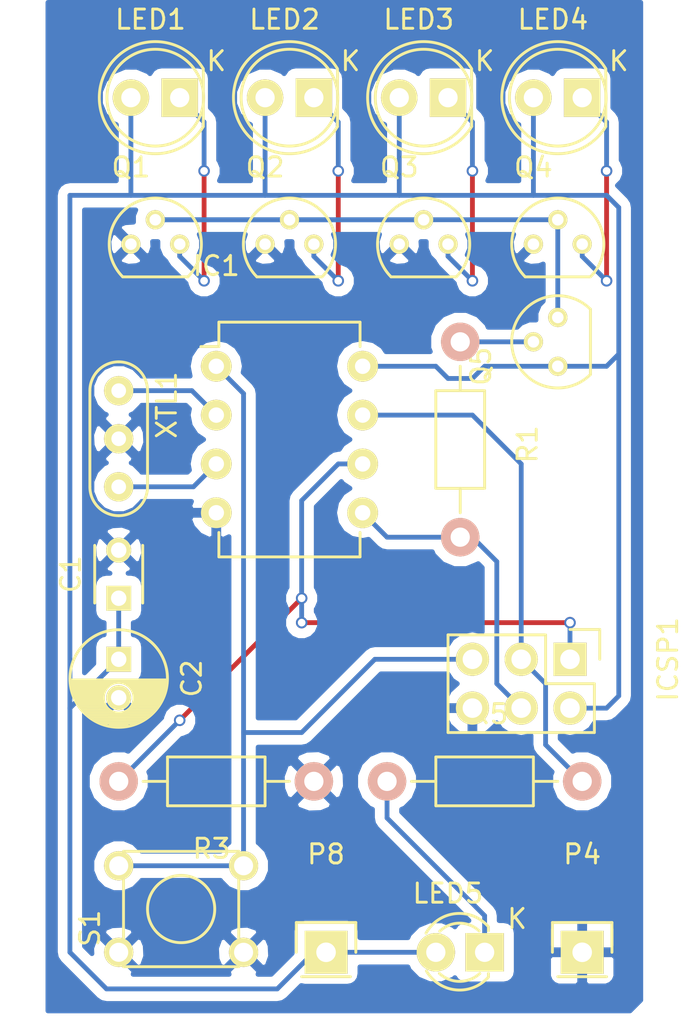
<source format=kicad_pcb>
(kicad_pcb (version 4) (host pcbnew 4.0.2-stable)

  (general
    (links 43)
    (no_connects 0)
    (area 149.795 69.106 183.638381 123.255)
    (thickness 1.6)
    (drawings 0)
    (tracks 101)
    (zones 0)
    (modules 21)
    (nets 16)
  )

  (page A4)
  (layers
    (0 F.Cu signal)
    (31 B.Cu signal)
    (32 B.Adhes user)
    (33 F.Adhes user)
    (34 B.Paste user)
    (35 F.Paste user)
    (36 B.SilkS user)
    (37 F.SilkS user)
    (38 B.Mask user)
    (39 F.Mask user)
    (40 Dwgs.User user)
    (41 Cmts.User user)
    (42 Eco1.User user)
    (43 Eco2.User user)
    (44 Edge.Cuts user)
    (45 Margin user)
    (46 B.CrtYd user)
    (47 F.CrtYd user)
    (48 B.Fab user)
    (49 F.Fab user)
  )

  (setup
    (last_trace_width 0.25)
    (trace_clearance 0.2)
    (zone_clearance 0.508)
    (zone_45_only yes)
    (trace_min 0.2)
    (segment_width 0.2)
    (edge_width 0.15)
    (via_size 0.6)
    (via_drill 0.4)
    (via_min_size 0.4)
    (via_min_drill 0.3)
    (uvia_size 0.3)
    (uvia_drill 0.1)
    (uvias_allowed no)
    (uvia_min_size 0.2)
    (uvia_min_drill 0.1)
    (pcb_text_width 0.3)
    (pcb_text_size 1.5 1.5)
    (mod_edge_width 0.15)
    (mod_text_size 1 1)
    (mod_text_width 0.15)
    (pad_size 1.524 1.524)
    (pad_drill 0.762)
    (pad_to_mask_clearance 0.2)
    (aux_axis_origin 0 0)
    (visible_elements 7FFEFFFF)
    (pcbplotparams
      (layerselection 0x00030_80000001)
      (usegerberextensions false)
      (excludeedgelayer true)
      (linewidth 0.100000)
      (plotframeref false)
      (viasonmask false)
      (mode 1)
      (useauxorigin false)
      (hpglpennumber 1)
      (hpglpenspeed 20)
      (hpglpendiameter 15)
      (hpglpenoverlay 2)
      (psnegative false)
      (psa4output false)
      (plotreference true)
      (plotvalue true)
      (plotinvisibletext false)
      (padsonsilk false)
      (subtractmaskfromsilk false)
      (outputformat 1)
      (mirror false)
      (drillshape 1)
      (scaleselection 1)
      (outputdirectory ""))
  )

  (net 0 "")
  (net 1 VCC)
  (net 2 GND)
  (net 3 PB5)
  (net 4 PB3)
  (net 5 PB4)
  (net 6 PB0)
  (net 7 PB1)
  (net 8 PB2)
  (net 9 "Net-(LED1-Pad1)")
  (net 10 "Net-(LED2-Pad1)")
  (net 11 "Net-(LED3-Pad1)")
  (net 12 "Net-(LED4-Pad1)")
  (net 13 "Net-(LED5-Pad1)")
  (net 14 4xQ)
  (net 15 "Net-(Q5-Pad2)")

  (net_class Default "This is the default net class."
    (clearance 0.2)
    (trace_width 0.25)
    (via_dia 0.6)
    (via_drill 0.4)
    (uvia_dia 0.3)
    (uvia_drill 0.1)
    (add_net 4xQ)
    (add_net GND)
    (add_net "Net-(LED1-Pad1)")
    (add_net "Net-(LED2-Pad1)")
    (add_net "Net-(LED3-Pad1)")
    (add_net "Net-(LED4-Pad1)")
    (add_net "Net-(LED5-Pad1)")
    (add_net "Net-(Q5-Pad2)")
    (add_net PB0)
    (add_net PB1)
    (add_net PB2)
    (add_net PB3)
    (add_net PB4)
    (add_net PB5)
    (add_net VCC)
  )

  (module Capacitors_ThroughHole:C_Disc_D3_P2.5 (layer F.Cu) (tedit 0) (tstamp 57584DD7)
    (at 154.305 100.33 90)
    (descr "Capacitor 3mm Disc, Pitch 2.5mm")
    (tags Capacitor)
    (path /5757FD29)
    (fp_text reference C1 (at 1.25 -2.5 90) (layer F.SilkS)
      (effects (font (size 1 1) (thickness 0.15)))
    )
    (fp_text value 399-4151-ND (at 1.25 2.5 90) (layer F.Fab)
      (effects (font (size 1 1) (thickness 0.15)))
    )
    (fp_line (start -0.9 -1.5) (end 3.4 -1.5) (layer F.CrtYd) (width 0.05))
    (fp_line (start 3.4 -1.5) (end 3.4 1.5) (layer F.CrtYd) (width 0.05))
    (fp_line (start 3.4 1.5) (end -0.9 1.5) (layer F.CrtYd) (width 0.05))
    (fp_line (start -0.9 1.5) (end -0.9 -1.5) (layer F.CrtYd) (width 0.05))
    (fp_line (start -0.25 -1.25) (end 2.75 -1.25) (layer F.SilkS) (width 0.15))
    (fp_line (start 2.75 1.25) (end -0.25 1.25) (layer F.SilkS) (width 0.15))
    (pad 1 thru_hole rect (at 0 0 90) (size 1.3 1.3) (drill 0.8) (layers *.Cu *.Mask F.SilkS)
      (net 1 VCC))
    (pad 2 thru_hole circle (at 2.5 0 90) (size 1.3 1.3) (drill 0.8001) (layers *.Cu *.Mask F.SilkS)
      (net 2 GND))
    (model Capacitors_ThroughHole.3dshapes/C_Disc_D3_P2.5.wrl
      (at (xyz 0.0492126 0 0))
      (scale (xyz 1 1 1))
      (rotate (xyz 0 0 0))
    )
  )

  (module Capacitors_ThroughHole:C_Radial_D5_L11_P2 (layer F.Cu) (tedit 0) (tstamp 57584DDD)
    (at 154.305 103.505 270)
    (descr "Radial Electrolytic Capacitor 5mm x Length 11mm, Pitch 2mm")
    (tags "Electrolytic Capacitor")
    (path /5757FCDE)
    (fp_text reference C2 (at 1 -3.8 270) (layer F.SilkS)
      (effects (font (size 1 1) (thickness 0.15)))
    )
    (fp_text value 493-1004-ND (at 1 3.8 270) (layer F.Fab)
      (effects (font (size 1 1) (thickness 0.15)))
    )
    (fp_line (start 1.075 -2.499) (end 1.075 2.499) (layer F.SilkS) (width 0.15))
    (fp_line (start 1.215 -2.491) (end 1.215 -0.154) (layer F.SilkS) (width 0.15))
    (fp_line (start 1.215 0.154) (end 1.215 2.491) (layer F.SilkS) (width 0.15))
    (fp_line (start 1.355 -2.475) (end 1.355 -0.473) (layer F.SilkS) (width 0.15))
    (fp_line (start 1.355 0.473) (end 1.355 2.475) (layer F.SilkS) (width 0.15))
    (fp_line (start 1.495 -2.451) (end 1.495 -0.62) (layer F.SilkS) (width 0.15))
    (fp_line (start 1.495 0.62) (end 1.495 2.451) (layer F.SilkS) (width 0.15))
    (fp_line (start 1.635 -2.418) (end 1.635 -0.712) (layer F.SilkS) (width 0.15))
    (fp_line (start 1.635 0.712) (end 1.635 2.418) (layer F.SilkS) (width 0.15))
    (fp_line (start 1.775 -2.377) (end 1.775 -0.768) (layer F.SilkS) (width 0.15))
    (fp_line (start 1.775 0.768) (end 1.775 2.377) (layer F.SilkS) (width 0.15))
    (fp_line (start 1.915 -2.327) (end 1.915 -0.795) (layer F.SilkS) (width 0.15))
    (fp_line (start 1.915 0.795) (end 1.915 2.327) (layer F.SilkS) (width 0.15))
    (fp_line (start 2.055 -2.266) (end 2.055 -0.798) (layer F.SilkS) (width 0.15))
    (fp_line (start 2.055 0.798) (end 2.055 2.266) (layer F.SilkS) (width 0.15))
    (fp_line (start 2.195 -2.196) (end 2.195 -0.776) (layer F.SilkS) (width 0.15))
    (fp_line (start 2.195 0.776) (end 2.195 2.196) (layer F.SilkS) (width 0.15))
    (fp_line (start 2.335 -2.114) (end 2.335 -0.726) (layer F.SilkS) (width 0.15))
    (fp_line (start 2.335 0.726) (end 2.335 2.114) (layer F.SilkS) (width 0.15))
    (fp_line (start 2.475 -2.019) (end 2.475 -0.644) (layer F.SilkS) (width 0.15))
    (fp_line (start 2.475 0.644) (end 2.475 2.019) (layer F.SilkS) (width 0.15))
    (fp_line (start 2.615 -1.908) (end 2.615 -0.512) (layer F.SilkS) (width 0.15))
    (fp_line (start 2.615 0.512) (end 2.615 1.908) (layer F.SilkS) (width 0.15))
    (fp_line (start 2.755 -1.78) (end 2.755 -0.265) (layer F.SilkS) (width 0.15))
    (fp_line (start 2.755 0.265) (end 2.755 1.78) (layer F.SilkS) (width 0.15))
    (fp_line (start 2.895 -1.631) (end 2.895 1.631) (layer F.SilkS) (width 0.15))
    (fp_line (start 3.035 -1.452) (end 3.035 1.452) (layer F.SilkS) (width 0.15))
    (fp_line (start 3.175 -1.233) (end 3.175 1.233) (layer F.SilkS) (width 0.15))
    (fp_line (start 3.315 -0.944) (end 3.315 0.944) (layer F.SilkS) (width 0.15))
    (fp_line (start 3.455 -0.472) (end 3.455 0.472) (layer F.SilkS) (width 0.15))
    (fp_circle (center 2 0) (end 2 -0.8) (layer F.SilkS) (width 0.15))
    (fp_circle (center 1 0) (end 1 -2.5375) (layer F.SilkS) (width 0.15))
    (fp_circle (center 1 0) (end 1 -2.8) (layer F.CrtYd) (width 0.05))
    (pad 1 thru_hole rect (at 0 0 270) (size 1.3 1.3) (drill 0.8) (layers *.Cu *.Mask F.SilkS)
      (net 1 VCC))
    (pad 2 thru_hole circle (at 2 0 270) (size 1.3 1.3) (drill 0.8) (layers *.Cu *.Mask F.SilkS)
      (net 2 GND))
    (model Capacitors_ThroughHole.3dshapes/C_Radial_D5_L11_P2.wrl
      (at (xyz 0 0 0))
      (scale (xyz 1 1 1))
      (rotate (xyz 0 0 0))
    )
  )

  (module Housings_DIP:DIP-8_W7.62mm (layer F.Cu) (tedit 54130A77) (tstamp 57584DE9)
    (at 159.385 88.265)
    (descr "8-lead dip package, row spacing 7.62 mm (300 mils)")
    (tags "dil dip 2.54 300")
    (path /5757DE52)
    (fp_text reference IC1 (at 0 -5.22) (layer F.SilkS)
      (effects (font (size 1 1) (thickness 0.15)))
    )
    (fp_text value ATTINY85V-10PU-ND (at 0 -3.72) (layer F.Fab)
      (effects (font (size 1 1) (thickness 0.15)))
    )
    (fp_line (start -1.05 -2.45) (end -1.05 10.1) (layer F.CrtYd) (width 0.05))
    (fp_line (start 8.65 -2.45) (end 8.65 10.1) (layer F.CrtYd) (width 0.05))
    (fp_line (start -1.05 -2.45) (end 8.65 -2.45) (layer F.CrtYd) (width 0.05))
    (fp_line (start -1.05 10.1) (end 8.65 10.1) (layer F.CrtYd) (width 0.05))
    (fp_line (start 0.135 -2.295) (end 0.135 -1.025) (layer F.SilkS) (width 0.15))
    (fp_line (start 7.485 -2.295) (end 7.485 -1.025) (layer F.SilkS) (width 0.15))
    (fp_line (start 7.485 9.915) (end 7.485 8.645) (layer F.SilkS) (width 0.15))
    (fp_line (start 0.135 9.915) (end 0.135 8.645) (layer F.SilkS) (width 0.15))
    (fp_line (start 0.135 -2.295) (end 7.485 -2.295) (layer F.SilkS) (width 0.15))
    (fp_line (start 0.135 9.915) (end 7.485 9.915) (layer F.SilkS) (width 0.15))
    (fp_line (start 0.135 -1.025) (end -0.8 -1.025) (layer F.SilkS) (width 0.15))
    (pad 1 thru_hole oval (at 0 0) (size 1.6 1.6) (drill 0.8) (layers *.Cu *.Mask F.SilkS)
      (net 3 PB5))
    (pad 2 thru_hole oval (at 0 2.54) (size 1.6 1.6) (drill 0.8) (layers *.Cu *.Mask F.SilkS)
      (net 4 PB3))
    (pad 3 thru_hole oval (at 0 5.08) (size 1.6 1.6) (drill 0.8) (layers *.Cu *.Mask F.SilkS)
      (net 5 PB4))
    (pad 4 thru_hole oval (at 0 7.62) (size 1.6 1.6) (drill 0.8) (layers *.Cu *.Mask F.SilkS)
      (net 2 GND))
    (pad 5 thru_hole oval (at 7.62 7.62) (size 1.6 1.6) (drill 0.8) (layers *.Cu *.Mask F.SilkS)
      (net 6 PB0))
    (pad 6 thru_hole oval (at 7.62 5.08) (size 1.6 1.6) (drill 0.8) (layers *.Cu *.Mask F.SilkS)
      (net 7 PB1))
    (pad 7 thru_hole oval (at 7.62 2.54) (size 1.6 1.6) (drill 0.8) (layers *.Cu *.Mask F.SilkS)
      (net 8 PB2))
    (pad 8 thru_hole oval (at 7.62 0) (size 1.6 1.6) (drill 0.8) (layers *.Cu *.Mask F.SilkS)
      (net 1 VCC))
    (model Housings_DIP.3dshapes/DIP-8_W7.62mm.wrl
      (at (xyz 0 0 0))
      (scale (xyz 1 1 1))
      (rotate (xyz 0 0 0))
    )
  )

  (module LEDs:LED-5MM (layer F.Cu) (tedit 5570F7EA) (tstamp 57584DEF)
    (at 157.48 74.295 180)
    (descr "LED 5mm round vertical")
    (tags "LED 5mm round vertical")
    (path /57582165)
    (fp_text reference LED1 (at 1.524 4.064 180) (layer F.SilkS)
      (effects (font (size 1 1) (thickness 0.15)))
    )
    (fp_text value "1080-1082-ND " (at 1.524 -3.937 180) (layer F.Fab)
      (effects (font (size 1 1) (thickness 0.15)))
    )
    (fp_line (start -1.5 -1.55) (end -1.5 1.55) (layer F.CrtYd) (width 0.05))
    (fp_arc (start 1.3 0) (end -1.5 1.55) (angle -302) (layer F.CrtYd) (width 0.05))
    (fp_arc (start 1.27 0) (end -1.23 -1.5) (angle 297.5) (layer F.SilkS) (width 0.15))
    (fp_line (start -1.23 1.5) (end -1.23 -1.5) (layer F.SilkS) (width 0.15))
    (fp_circle (center 1.27 0) (end 0.97 -2.5) (layer F.SilkS) (width 0.15))
    (fp_text user K (at -1.905 1.905 180) (layer F.SilkS)
      (effects (font (size 1 1) (thickness 0.15)))
    )
    (pad 1 thru_hole rect (at 0 0 270) (size 2 1.9) (drill 1.00076) (layers *.Cu *.Mask F.SilkS)
      (net 9 "Net-(LED1-Pad1)"))
    (pad 2 thru_hole circle (at 2.54 0 180) (size 1.9 1.9) (drill 1.00076) (layers *.Cu *.Mask F.SilkS)
      (net 1 VCC))
    (model LEDs.3dshapes/LED-5MM.wrl
      (at (xyz 0.05 0 0))
      (scale (xyz 1 1 1))
      (rotate (xyz 0 0 90))
    )
  )

  (module LEDs:LED-5MM (layer F.Cu) (tedit 5570F7EA) (tstamp 57584DF5)
    (at 164.465 74.295 180)
    (descr "LED 5mm round vertical")
    (tags "LED 5mm round vertical")
    (path /575824DC)
    (fp_text reference LED2 (at 1.524 4.064 180) (layer F.SilkS)
      (effects (font (size 1 1) (thickness 0.15)))
    )
    (fp_text value "1080-1080-ND " (at 1.524 -3.937 180) (layer F.Fab)
      (effects (font (size 1 1) (thickness 0.15)))
    )
    (fp_line (start -1.5 -1.55) (end -1.5 1.55) (layer F.CrtYd) (width 0.05))
    (fp_arc (start 1.3 0) (end -1.5 1.55) (angle -302) (layer F.CrtYd) (width 0.05))
    (fp_arc (start 1.27 0) (end -1.23 -1.5) (angle 297.5) (layer F.SilkS) (width 0.15))
    (fp_line (start -1.23 1.5) (end -1.23 -1.5) (layer F.SilkS) (width 0.15))
    (fp_circle (center 1.27 0) (end 0.97 -2.5) (layer F.SilkS) (width 0.15))
    (fp_text user K (at -1.905 1.905 180) (layer F.SilkS)
      (effects (font (size 1 1) (thickness 0.15)))
    )
    (pad 1 thru_hole rect (at 0 0 270) (size 2 1.9) (drill 1.00076) (layers *.Cu *.Mask F.SilkS)
      (net 10 "Net-(LED2-Pad1)"))
    (pad 2 thru_hole circle (at 2.54 0 180) (size 1.9 1.9) (drill 1.00076) (layers *.Cu *.Mask F.SilkS)
      (net 1 VCC))
    (model LEDs.3dshapes/LED-5MM.wrl
      (at (xyz 0.05 0 0))
      (scale (xyz 1 1 1))
      (rotate (xyz 0 0 90))
    )
  )

  (module LEDs:LED-5MM (layer F.Cu) (tedit 5570F7EA) (tstamp 57584DFB)
    (at 171.45 74.295 180)
    (descr "LED 5mm round vertical")
    (tags "LED 5mm round vertical")
    (path /575825CB)
    (fp_text reference LED3 (at 1.524 4.064 180) (layer F.SilkS)
      (effects (font (size 1 1) (thickness 0.15)))
    )
    (fp_text value "1080-1080-ND " (at 1.524 -3.937 180) (layer F.Fab)
      (effects (font (size 1 1) (thickness 0.15)))
    )
    (fp_line (start -1.5 -1.55) (end -1.5 1.55) (layer F.CrtYd) (width 0.05))
    (fp_arc (start 1.3 0) (end -1.5 1.55) (angle -302) (layer F.CrtYd) (width 0.05))
    (fp_arc (start 1.27 0) (end -1.23 -1.5) (angle 297.5) (layer F.SilkS) (width 0.15))
    (fp_line (start -1.23 1.5) (end -1.23 -1.5) (layer F.SilkS) (width 0.15))
    (fp_circle (center 1.27 0) (end 0.97 -2.5) (layer F.SilkS) (width 0.15))
    (fp_text user K (at -1.905 1.905 180) (layer F.SilkS)
      (effects (font (size 1 1) (thickness 0.15)))
    )
    (pad 1 thru_hole rect (at 0 0 270) (size 2 1.9) (drill 1.00076) (layers *.Cu *.Mask F.SilkS)
      (net 11 "Net-(LED3-Pad1)"))
    (pad 2 thru_hole circle (at 2.54 0 180) (size 1.9 1.9) (drill 1.00076) (layers *.Cu *.Mask F.SilkS)
      (net 1 VCC))
    (model LEDs.3dshapes/LED-5MM.wrl
      (at (xyz 0.05 0 0))
      (scale (xyz 1 1 1))
      (rotate (xyz 0 0 90))
    )
  )

  (module LEDs:LED-5MM (layer F.Cu) (tedit 5570F7EA) (tstamp 57584E01)
    (at 178.435 74.295 180)
    (descr "LED 5mm round vertical")
    (tags "LED 5mm round vertical")
    (path /57581A41)
    (fp_text reference LED4 (at 1.524 4.064 180) (layer F.SilkS)
      (effects (font (size 1 1) (thickness 0.15)))
    )
    (fp_text value "1080-1082-ND " (at 1.524 -3.937 180) (layer F.Fab)
      (effects (font (size 1 1) (thickness 0.15)))
    )
    (fp_line (start -1.5 -1.55) (end -1.5 1.55) (layer F.CrtYd) (width 0.05))
    (fp_arc (start 1.3 0) (end -1.5 1.55) (angle -302) (layer F.CrtYd) (width 0.05))
    (fp_arc (start 1.27 0) (end -1.23 -1.5) (angle 297.5) (layer F.SilkS) (width 0.15))
    (fp_line (start -1.23 1.5) (end -1.23 -1.5) (layer F.SilkS) (width 0.15))
    (fp_circle (center 1.27 0) (end 0.97 -2.5) (layer F.SilkS) (width 0.15))
    (fp_text user K (at -1.905 1.905 180) (layer F.SilkS)
      (effects (font (size 1 1) (thickness 0.15)))
    )
    (pad 1 thru_hole rect (at 0 0 270) (size 2 1.9) (drill 1.00076) (layers *.Cu *.Mask F.SilkS)
      (net 12 "Net-(LED4-Pad1)"))
    (pad 2 thru_hole circle (at 2.54 0 180) (size 1.9 1.9) (drill 1.00076) (layers *.Cu *.Mask F.SilkS)
      (net 1 VCC))
    (model LEDs.3dshapes/LED-5MM.wrl
      (at (xyz 0.05 0 0))
      (scale (xyz 1 1 1))
      (rotate (xyz 0 0 90))
    )
  )

  (module LEDs:LED-3MM (layer F.Cu) (tedit 559B82F6) (tstamp 57584E07)
    (at 173.355 118.745 180)
    (descr "LED 3mm round vertical")
    (tags "LED  3mm round vertical")
    (path /57583B30)
    (fp_text reference LED5 (at 1.91 3.06 180) (layer F.SilkS)
      (effects (font (size 1 1) (thickness 0.15)))
    )
    (fp_text value 754-1735-ND (at 1.3 -2.9 180) (layer F.Fab)
      (effects (font (size 1 1) (thickness 0.15)))
    )
    (fp_line (start -1.2 2.3) (end 3.8 2.3) (layer F.CrtYd) (width 0.05))
    (fp_line (start 3.8 2.3) (end 3.8 -2.2) (layer F.CrtYd) (width 0.05))
    (fp_line (start 3.8 -2.2) (end -1.2 -2.2) (layer F.CrtYd) (width 0.05))
    (fp_line (start -1.2 -2.2) (end -1.2 2.3) (layer F.CrtYd) (width 0.05))
    (fp_line (start -0.199 1.314) (end -0.199 1.114) (layer F.SilkS) (width 0.15))
    (fp_line (start -0.199 -1.28) (end -0.199 -1.1) (layer F.SilkS) (width 0.15))
    (fp_arc (start 1.301 0.034) (end -0.199 -1.286) (angle 108.5) (layer F.SilkS) (width 0.15))
    (fp_arc (start 1.301 0.034) (end 0.25 -1.1) (angle 85.7) (layer F.SilkS) (width 0.15))
    (fp_arc (start 1.311 0.034) (end 3.051 0.994) (angle 110) (layer F.SilkS) (width 0.15))
    (fp_arc (start 1.301 0.034) (end 2.335 1.094) (angle 87.5) (layer F.SilkS) (width 0.15))
    (fp_text user K (at -1.69 1.74 180) (layer F.SilkS)
      (effects (font (size 1 1) (thickness 0.15)))
    )
    (pad 1 thru_hole rect (at 0 0 270) (size 2 2) (drill 1.00076) (layers *.Cu *.Mask F.SilkS)
      (net 13 "Net-(LED5-Pad1)"))
    (pad 2 thru_hole circle (at 2.54 0 180) (size 2 2) (drill 1.00076) (layers *.Cu *.Mask F.SilkS)
      (net 1 VCC))
    (model LEDs.3dshapes/LED-3MM.wrl
      (at (xyz 0.05 0 0))
      (scale (xyz 1 1 1))
      (rotate (xyz 0 0 90))
    )
  )

  (module TO_SOT_Packages_THT:TO-92_Molded_Narrow (layer F.Cu) (tedit 54F242E1) (tstamp 57584E0E)
    (at 154.94 81.915)
    (descr "TO-92 leads molded, narrow, drill 0.6mm (see NXP sot054_po.pdf)")
    (tags "to-92 sc-43 sc-43a sot54 PA33 transistor")
    (path /5758215F)
    (fp_text reference Q1 (at 0 -4) (layer F.SilkS)
      (effects (font (size 1 1) (thickness 0.15)))
    )
    (fp_text value PN2222ATFCT-ND (at 0 3) (layer F.Fab)
      (effects (font (size 1 1) (thickness 0.15)))
    )
    (fp_line (start -1.4 1.95) (end -1.4 -2.65) (layer F.CrtYd) (width 0.05))
    (fp_line (start -1.4 1.95) (end 3.9 1.95) (layer F.CrtYd) (width 0.05))
    (fp_line (start -0.43 1.7) (end 2.97 1.7) (layer F.SilkS) (width 0.15))
    (fp_arc (start 1.27 0) (end 1.27 -2.4) (angle -135) (layer F.SilkS) (width 0.15))
    (fp_arc (start 1.27 0) (end 1.27 -2.4) (angle 135) (layer F.SilkS) (width 0.15))
    (fp_line (start -1.4 -2.65) (end 3.9 -2.65) (layer F.CrtYd) (width 0.05))
    (fp_line (start 3.9 1.95) (end 3.9 -2.65) (layer F.CrtYd) (width 0.05))
    (pad 2 thru_hole circle (at 1.27 -1.27 90) (size 1.00076 1.00076) (drill 0.6) (layers *.Cu *.Mask F.SilkS)
      (net 14 4xQ))
    (pad 3 thru_hole circle (at 2.54 0 90) (size 1.00076 1.00076) (drill 0.6) (layers *.Cu *.Mask F.SilkS)
      (net 9 "Net-(LED1-Pad1)"))
    (pad 1 thru_hole circle (at 0 0 90) (size 1.00076 1.00076) (drill 0.6) (layers *.Cu *.Mask F.SilkS)
      (net 2 GND))
    (model TO_SOT_Packages_THT.3dshapes/TO-92_Molded_Narrow.wrl
      (at (xyz 0.05 0 0))
      (scale (xyz 1 1 1))
      (rotate (xyz 0 0 -90))
    )
  )

  (module TO_SOT_Packages_THT:TO-92_Molded_Narrow (layer F.Cu) (tedit 54F242E1) (tstamp 57584E15)
    (at 161.925 81.915)
    (descr "TO-92 leads molded, narrow, drill 0.6mm (see NXP sot054_po.pdf)")
    (tags "to-92 sc-43 sc-43a sot54 PA33 transistor")
    (path /575824D6)
    (fp_text reference Q2 (at 0 -4) (layer F.SilkS)
      (effects (font (size 1 1) (thickness 0.15)))
    )
    (fp_text value PN2222ATFCT-ND (at 0 3) (layer F.Fab)
      (effects (font (size 1 1) (thickness 0.15)))
    )
    (fp_line (start -1.4 1.95) (end -1.4 -2.65) (layer F.CrtYd) (width 0.05))
    (fp_line (start -1.4 1.95) (end 3.9 1.95) (layer F.CrtYd) (width 0.05))
    (fp_line (start -0.43 1.7) (end 2.97 1.7) (layer F.SilkS) (width 0.15))
    (fp_arc (start 1.27 0) (end 1.27 -2.4) (angle -135) (layer F.SilkS) (width 0.15))
    (fp_arc (start 1.27 0) (end 1.27 -2.4) (angle 135) (layer F.SilkS) (width 0.15))
    (fp_line (start -1.4 -2.65) (end 3.9 -2.65) (layer F.CrtYd) (width 0.05))
    (fp_line (start 3.9 1.95) (end 3.9 -2.65) (layer F.CrtYd) (width 0.05))
    (pad 2 thru_hole circle (at 1.27 -1.27 90) (size 1.00076 1.00076) (drill 0.6) (layers *.Cu *.Mask F.SilkS)
      (net 14 4xQ))
    (pad 3 thru_hole circle (at 2.54 0 90) (size 1.00076 1.00076) (drill 0.6) (layers *.Cu *.Mask F.SilkS)
      (net 10 "Net-(LED2-Pad1)"))
    (pad 1 thru_hole circle (at 0 0 90) (size 1.00076 1.00076) (drill 0.6) (layers *.Cu *.Mask F.SilkS)
      (net 2 GND))
    (model TO_SOT_Packages_THT.3dshapes/TO-92_Molded_Narrow.wrl
      (at (xyz 0.05 0 0))
      (scale (xyz 1 1 1))
      (rotate (xyz 0 0 -90))
    )
  )

  (module TO_SOT_Packages_THT:TO-92_Molded_Narrow (layer F.Cu) (tedit 54F242E1) (tstamp 57584E1C)
    (at 168.91 81.915)
    (descr "TO-92 leads molded, narrow, drill 0.6mm (see NXP sot054_po.pdf)")
    (tags "to-92 sc-43 sc-43a sot54 PA33 transistor")
    (path /575825C5)
    (fp_text reference Q3 (at 0 -4) (layer F.SilkS)
      (effects (font (size 1 1) (thickness 0.15)))
    )
    (fp_text value PN2222ATFCT-ND (at 0 3) (layer F.Fab)
      (effects (font (size 1 1) (thickness 0.15)))
    )
    (fp_line (start -1.4 1.95) (end -1.4 -2.65) (layer F.CrtYd) (width 0.05))
    (fp_line (start -1.4 1.95) (end 3.9 1.95) (layer F.CrtYd) (width 0.05))
    (fp_line (start -0.43 1.7) (end 2.97 1.7) (layer F.SilkS) (width 0.15))
    (fp_arc (start 1.27 0) (end 1.27 -2.4) (angle -135) (layer F.SilkS) (width 0.15))
    (fp_arc (start 1.27 0) (end 1.27 -2.4) (angle 135) (layer F.SilkS) (width 0.15))
    (fp_line (start -1.4 -2.65) (end 3.9 -2.65) (layer F.CrtYd) (width 0.05))
    (fp_line (start 3.9 1.95) (end 3.9 -2.65) (layer F.CrtYd) (width 0.05))
    (pad 2 thru_hole circle (at 1.27 -1.27 90) (size 1.00076 1.00076) (drill 0.6) (layers *.Cu *.Mask F.SilkS)
      (net 14 4xQ))
    (pad 3 thru_hole circle (at 2.54 0 90) (size 1.00076 1.00076) (drill 0.6) (layers *.Cu *.Mask F.SilkS)
      (net 11 "Net-(LED3-Pad1)"))
    (pad 1 thru_hole circle (at 0 0 90) (size 1.00076 1.00076) (drill 0.6) (layers *.Cu *.Mask F.SilkS)
      (net 2 GND))
    (model TO_SOT_Packages_THT.3dshapes/TO-92_Molded_Narrow.wrl
      (at (xyz 0.05 0 0))
      (scale (xyz 1 1 1))
      (rotate (xyz 0 0 -90))
    )
  )

  (module TO_SOT_Packages_THT:TO-92_Molded_Narrow (layer F.Cu) (tedit 54F242E1) (tstamp 57584E23)
    (at 175.895 81.915)
    (descr "TO-92 leads molded, narrow, drill 0.6mm (see NXP sot054_po.pdf)")
    (tags "to-92 sc-43 sc-43a sot54 PA33 transistor")
    (path /575819B0)
    (fp_text reference Q4 (at 0 -4) (layer F.SilkS)
      (effects (font (size 1 1) (thickness 0.15)))
    )
    (fp_text value PN2222ATFCT-ND (at 0 3) (layer F.Fab)
      (effects (font (size 1 1) (thickness 0.15)))
    )
    (fp_line (start -1.4 1.95) (end -1.4 -2.65) (layer F.CrtYd) (width 0.05))
    (fp_line (start -1.4 1.95) (end 3.9 1.95) (layer F.CrtYd) (width 0.05))
    (fp_line (start -0.43 1.7) (end 2.97 1.7) (layer F.SilkS) (width 0.15))
    (fp_arc (start 1.27 0) (end 1.27 -2.4) (angle -135) (layer F.SilkS) (width 0.15))
    (fp_arc (start 1.27 0) (end 1.27 -2.4) (angle 135) (layer F.SilkS) (width 0.15))
    (fp_line (start -1.4 -2.65) (end 3.9 -2.65) (layer F.CrtYd) (width 0.05))
    (fp_line (start 3.9 1.95) (end 3.9 -2.65) (layer F.CrtYd) (width 0.05))
    (pad 2 thru_hole circle (at 1.27 -1.27 90) (size 1.00076 1.00076) (drill 0.6) (layers *.Cu *.Mask F.SilkS)
      (net 14 4xQ))
    (pad 3 thru_hole circle (at 2.54 0 90) (size 1.00076 1.00076) (drill 0.6) (layers *.Cu *.Mask F.SilkS)
      (net 12 "Net-(LED4-Pad1)"))
    (pad 1 thru_hole circle (at 0 0 90) (size 1.00076 1.00076) (drill 0.6) (layers *.Cu *.Mask F.SilkS)
      (net 2 GND))
    (model TO_SOT_Packages_THT.3dshapes/TO-92_Molded_Narrow.wrl
      (at (xyz 0.05 0 0))
      (scale (xyz 1 1 1))
      (rotate (xyz 0 0 -90))
    )
  )

  (module TO_SOT_Packages_THT:TO-92_Molded_Narrow (layer F.Cu) (tedit 54F242E1) (tstamp 57584E2A)
    (at 177.165 88.265 90)
    (descr "TO-92 leads molded, narrow, drill 0.6mm (see NXP sot054_po.pdf)")
    (tags "to-92 sc-43 sc-43a sot54 PA33 transistor")
    (path /57580AE2)
    (fp_text reference Q5 (at 0 -4 90) (layer F.SilkS)
      (effects (font (size 1 1) (thickness 0.15)))
    )
    (fp_text value PN2907-ND (at 0 3 90) (layer F.Fab)
      (effects (font (size 1 1) (thickness 0.15)))
    )
    (fp_line (start -1.4 1.95) (end -1.4 -2.65) (layer F.CrtYd) (width 0.05))
    (fp_line (start -1.4 1.95) (end 3.9 1.95) (layer F.CrtYd) (width 0.05))
    (fp_line (start -0.43 1.7) (end 2.97 1.7) (layer F.SilkS) (width 0.15))
    (fp_arc (start 1.27 0) (end 1.27 -2.4) (angle -135) (layer F.SilkS) (width 0.15))
    (fp_arc (start 1.27 0) (end 1.27 -2.4) (angle 135) (layer F.SilkS) (width 0.15))
    (fp_line (start -1.4 -2.65) (end 3.9 -2.65) (layer F.CrtYd) (width 0.05))
    (fp_line (start 3.9 1.95) (end 3.9 -2.65) (layer F.CrtYd) (width 0.05))
    (pad 2 thru_hole circle (at 1.27 -1.27 180) (size 1.00076 1.00076) (drill 0.6) (layers *.Cu *.Mask F.SilkS)
      (net 15 "Net-(Q5-Pad2)"))
    (pad 3 thru_hole circle (at 2.54 0 180) (size 1.00076 1.00076) (drill 0.6) (layers *.Cu *.Mask F.SilkS)
      (net 14 4xQ))
    (pad 1 thru_hole circle (at 0 0 180) (size 1.00076 1.00076) (drill 0.6) (layers *.Cu *.Mask F.SilkS)
      (net 1 VCC))
    (model TO_SOT_Packages_THT.3dshapes/TO-92_Molded_Narrow.wrl
      (at (xyz 0.05 0 0))
      (scale (xyz 1 1 1))
      (rotate (xyz 0 0 -90))
    )
  )

  (module Resistors_ThroughHole:Resistor_Horizontal_RM10mm (layer F.Cu) (tedit 56648415) (tstamp 57584E30)
    (at 172.085 86.995 270)
    (descr "Resistor, Axial,  RM 10mm, 1/3W")
    (tags "Resistor Axial RM 10mm 1/3W")
    (path /5758072A)
    (fp_text reference R1 (at 5.32892 -3.50012 270) (layer F.SilkS)
      (effects (font (size 1 1) (thickness 0.15)))
    )
    (fp_text value 1K (at 5.08 3.81 270) (layer F.Fab)
      (effects (font (size 1 1) (thickness 0.15)))
    )
    (fp_line (start -1.25 -1.5) (end 11.4 -1.5) (layer F.CrtYd) (width 0.05))
    (fp_line (start -1.25 1.5) (end -1.25 -1.5) (layer F.CrtYd) (width 0.05))
    (fp_line (start 11.4 -1.5) (end 11.4 1.5) (layer F.CrtYd) (width 0.05))
    (fp_line (start -1.25 1.5) (end 11.4 1.5) (layer F.CrtYd) (width 0.05))
    (fp_line (start 2.54 -1.27) (end 7.62 -1.27) (layer F.SilkS) (width 0.15))
    (fp_line (start 7.62 -1.27) (end 7.62 1.27) (layer F.SilkS) (width 0.15))
    (fp_line (start 7.62 1.27) (end 2.54 1.27) (layer F.SilkS) (width 0.15))
    (fp_line (start 2.54 1.27) (end 2.54 -1.27) (layer F.SilkS) (width 0.15))
    (fp_line (start 2.54 0) (end 1.27 0) (layer F.SilkS) (width 0.15))
    (fp_line (start 7.62 0) (end 8.89 0) (layer F.SilkS) (width 0.15))
    (pad 1 thru_hole circle (at 0 0 270) (size 1.99898 1.99898) (drill 1.00076) (layers *.Cu *.SilkS *.Mask)
      (net 15 "Net-(Q5-Pad2)"))
    (pad 2 thru_hole circle (at 10.16 0 270) (size 1.99898 1.99898) (drill 1.00076) (layers *.Cu *.SilkS *.Mask)
      (net 6 PB0))
    (model Resistors_ThroughHole.3dshapes/Resistor_Horizontal_RM10mm.wrl
      (at (xyz 0.2 0 0))
      (scale (xyz 0.4 0.4 0.4))
      (rotate (xyz 0 0 0))
    )
  )

  (module Resistors_ThroughHole:Resistor_Horizontal_RM10mm (layer F.Cu) (tedit 56648415) (tstamp 57584E36)
    (at 164.465 109.855 180)
    (descr "Resistor, Axial,  RM 10mm, 1/3W")
    (tags "Resistor Axial RM 10mm 1/3W")
    (path /5758897B)
    (fp_text reference R3 (at 5.32892 -3.50012 180) (layer F.SilkS)
      (effects (font (size 1 1) (thickness 0.15)))
    )
    (fp_text value 10K (at 5.08 3.81 180) (layer F.Fab)
      (effects (font (size 1 1) (thickness 0.15)))
    )
    (fp_line (start -1.25 -1.5) (end 11.4 -1.5) (layer F.CrtYd) (width 0.05))
    (fp_line (start -1.25 1.5) (end -1.25 -1.5) (layer F.CrtYd) (width 0.05))
    (fp_line (start 11.4 -1.5) (end 11.4 1.5) (layer F.CrtYd) (width 0.05))
    (fp_line (start -1.25 1.5) (end 11.4 1.5) (layer F.CrtYd) (width 0.05))
    (fp_line (start 2.54 -1.27) (end 7.62 -1.27) (layer F.SilkS) (width 0.15))
    (fp_line (start 7.62 -1.27) (end 7.62 1.27) (layer F.SilkS) (width 0.15))
    (fp_line (start 7.62 1.27) (end 2.54 1.27) (layer F.SilkS) (width 0.15))
    (fp_line (start 2.54 1.27) (end 2.54 -1.27) (layer F.SilkS) (width 0.15))
    (fp_line (start 2.54 0) (end 1.27 0) (layer F.SilkS) (width 0.15))
    (fp_line (start 7.62 0) (end 8.89 0) (layer F.SilkS) (width 0.15))
    (pad 1 thru_hole circle (at 0 0 180) (size 1.99898 1.99898) (drill 1.00076) (layers *.Cu *.SilkS *.Mask)
      (net 2 GND))
    (pad 2 thru_hole circle (at 10.16 0 180) (size 1.99898 1.99898) (drill 1.00076) (layers *.Cu *.SilkS *.Mask)
      (net 7 PB1))
    (model Resistors_ThroughHole.3dshapes/Resistor_Horizontal_RM10mm.wrl
      (at (xyz 0.2 0 0))
      (scale (xyz 0.4 0.4 0.4))
      (rotate (xyz 0 0 0))
    )
  )

  (module Resistors_ThroughHole:Resistor_Horizontal_RM10mm (layer F.Cu) (tedit 56648415) (tstamp 57584E3C)
    (at 168.275 109.855)
    (descr "Resistor, Axial,  RM 10mm, 1/3W")
    (tags "Resistor Axial RM 10mm 1/3W")
    (path /57583A9E)
    (fp_text reference R5 (at 5.32892 -3.50012) (layer F.SilkS)
      (effects (font (size 1 1) (thickness 0.15)))
    )
    (fp_text value 1K (at 5.08 3.81) (layer F.Fab)
      (effects (font (size 1 1) (thickness 0.15)))
    )
    (fp_line (start -1.25 -1.5) (end 11.4 -1.5) (layer F.CrtYd) (width 0.05))
    (fp_line (start -1.25 1.5) (end -1.25 -1.5) (layer F.CrtYd) (width 0.05))
    (fp_line (start 11.4 -1.5) (end 11.4 1.5) (layer F.CrtYd) (width 0.05))
    (fp_line (start -1.25 1.5) (end 11.4 1.5) (layer F.CrtYd) (width 0.05))
    (fp_line (start 2.54 -1.27) (end 7.62 -1.27) (layer F.SilkS) (width 0.15))
    (fp_line (start 7.62 -1.27) (end 7.62 1.27) (layer F.SilkS) (width 0.15))
    (fp_line (start 7.62 1.27) (end 2.54 1.27) (layer F.SilkS) (width 0.15))
    (fp_line (start 2.54 1.27) (end 2.54 -1.27) (layer F.SilkS) (width 0.15))
    (fp_line (start 2.54 0) (end 1.27 0) (layer F.SilkS) (width 0.15))
    (fp_line (start 7.62 0) (end 8.89 0) (layer F.SilkS) (width 0.15))
    (pad 1 thru_hole circle (at 0 0) (size 1.99898 1.99898) (drill 1.00076) (layers *.Cu *.SilkS *.Mask)
      (net 13 "Net-(LED5-Pad1)"))
    (pad 2 thru_hole circle (at 10.16 0) (size 1.99898 1.99898) (drill 1.00076) (layers *.Cu *.SilkS *.Mask)
      (net 8 PB2))
    (model Resistors_ThroughHole.3dshapes/Resistor_Horizontal_RM10mm.wrl
      (at (xyz 0.2 0 0))
      (scale (xyz 0.4 0.4 0.4))
      (rotate (xyz 0 0 0))
    )
  )

  (module Pin_Headers:Pin_Header_Straight_2x03 (layer F.Cu) (tedit 54EA0A4B) (tstamp 57585274)
    (at 177.8 103.505 270)
    (descr "Through hole pin header")
    (tags "pin header")
    (path /5757F402)
    (fp_text reference ICSP1 (at 0 -5.1 270) (layer F.SilkS)
      (effects (font (size 1 1) (thickness 0.15)))
    )
    (fp_text value CONN_02X03 (at 0 -3.1 270) (layer F.Fab)
      (effects (font (size 1 1) (thickness 0.15)))
    )
    (fp_line (start -1.27 1.27) (end -1.27 6.35) (layer F.SilkS) (width 0.15))
    (fp_line (start -1.55 -1.55) (end 0 -1.55) (layer F.SilkS) (width 0.15))
    (fp_line (start -1.75 -1.75) (end -1.75 6.85) (layer F.CrtYd) (width 0.05))
    (fp_line (start 4.3 -1.75) (end 4.3 6.85) (layer F.CrtYd) (width 0.05))
    (fp_line (start -1.75 -1.75) (end 4.3 -1.75) (layer F.CrtYd) (width 0.05))
    (fp_line (start -1.75 6.85) (end 4.3 6.85) (layer F.CrtYd) (width 0.05))
    (fp_line (start 1.27 -1.27) (end 1.27 1.27) (layer F.SilkS) (width 0.15))
    (fp_line (start 1.27 1.27) (end -1.27 1.27) (layer F.SilkS) (width 0.15))
    (fp_line (start -1.27 6.35) (end 3.81 6.35) (layer F.SilkS) (width 0.15))
    (fp_line (start 3.81 6.35) (end 3.81 1.27) (layer F.SilkS) (width 0.15))
    (fp_line (start -1.55 -1.55) (end -1.55 0) (layer F.SilkS) (width 0.15))
    (fp_line (start 3.81 -1.27) (end 1.27 -1.27) (layer F.SilkS) (width 0.15))
    (fp_line (start 3.81 1.27) (end 3.81 -1.27) (layer F.SilkS) (width 0.15))
    (pad 1 thru_hole rect (at 0 0 270) (size 1.7272 1.7272) (drill 1.016) (layers *.Cu *.Mask F.SilkS)
      (net 7 PB1))
    (pad 2 thru_hole oval (at 2.54 0 270) (size 1.7272 1.7272) (drill 1.016) (layers *.Cu *.Mask F.SilkS)
      (net 1 VCC))
    (pad 3 thru_hole oval (at 0 2.54 270) (size 1.7272 1.7272) (drill 1.016) (layers *.Cu *.Mask F.SilkS)
      (net 8 PB2))
    (pad 4 thru_hole oval (at 2.54 2.54 270) (size 1.7272 1.7272) (drill 1.016) (layers *.Cu *.Mask F.SilkS)
      (net 6 PB0))
    (pad 5 thru_hole oval (at 0 5.08 270) (size 1.7272 1.7272) (drill 1.016) (layers *.Cu *.Mask F.SilkS)
      (net 3 PB5))
    (pad 6 thru_hole oval (at 2.54 5.08 270) (size 1.7272 1.7272) (drill 1.016) (layers *.Cu *.Mask F.SilkS)
      (net 2 GND))
    (model Pin_Headers.3dshapes/Pin_Header_Straight_2x03.wrl
      (at (xyz 0.05 -0.1 0))
      (scale (xyz 1 1 1))
      (rotate (xyz 0 0 90))
    )
  )

  (module Pin_Headers:Pin_Header_Straight_1x01 (layer F.Cu) (tedit 54EA08DC) (tstamp 57585279)
    (at 178.435 118.745)
    (descr "Through hole pin header")
    (tags "pin header")
    (path /5757F8D2)
    (fp_text reference P4 (at 0 -5.1) (layer F.SilkS)
      (effects (font (size 1 1) (thickness 0.15)))
    )
    (fp_text value - (at 0 -3.1) (layer F.Fab)
      (effects (font (size 1 1) (thickness 0.15)))
    )
    (fp_line (start 1.55 -1.55) (end 1.55 0) (layer F.SilkS) (width 0.15))
    (fp_line (start -1.75 -1.75) (end -1.75 1.75) (layer F.CrtYd) (width 0.05))
    (fp_line (start 1.75 -1.75) (end 1.75 1.75) (layer F.CrtYd) (width 0.05))
    (fp_line (start -1.75 -1.75) (end 1.75 -1.75) (layer F.CrtYd) (width 0.05))
    (fp_line (start -1.75 1.75) (end 1.75 1.75) (layer F.CrtYd) (width 0.05))
    (fp_line (start -1.55 0) (end -1.55 -1.55) (layer F.SilkS) (width 0.15))
    (fp_line (start -1.55 -1.55) (end 1.55 -1.55) (layer F.SilkS) (width 0.15))
    (fp_line (start -1.27 1.27) (end 1.27 1.27) (layer F.SilkS) (width 0.15))
    (pad 1 thru_hole rect (at 0 0) (size 2.2352 2.2352) (drill 1.016) (layers *.Cu *.Mask F.SilkS)
      (net 2 GND))
    (model Pin_Headers.3dshapes/Pin_Header_Straight_1x01.wrl
      (at (xyz 0 0 0))
      (scale (xyz 1 1 1))
      (rotate (xyz 0 0 90))
    )
  )

  (module Pin_Headers:Pin_Header_Straight_1x01 (layer F.Cu) (tedit 54EA08DC) (tstamp 5758527E)
    (at 165.1 118.745)
    (descr "Through hole pin header")
    (tags "pin header")
    (path /5757F872)
    (fp_text reference P8 (at 0 -5.1) (layer F.SilkS)
      (effects (font (size 1 1) (thickness 0.15)))
    )
    (fp_text value + (at 0 -3.1) (layer F.Fab)
      (effects (font (size 1 1) (thickness 0.15)))
    )
    (fp_line (start 1.55 -1.55) (end 1.55 0) (layer F.SilkS) (width 0.15))
    (fp_line (start -1.75 -1.75) (end -1.75 1.75) (layer F.CrtYd) (width 0.05))
    (fp_line (start 1.75 -1.75) (end 1.75 1.75) (layer F.CrtYd) (width 0.05))
    (fp_line (start -1.75 -1.75) (end 1.75 -1.75) (layer F.CrtYd) (width 0.05))
    (fp_line (start -1.75 1.75) (end 1.75 1.75) (layer F.CrtYd) (width 0.05))
    (fp_line (start -1.55 0) (end -1.55 -1.55) (layer F.SilkS) (width 0.15))
    (fp_line (start -1.55 -1.55) (end 1.55 -1.55) (layer F.SilkS) (width 0.15))
    (fp_line (start -1.27 1.27) (end 1.27 1.27) (layer F.SilkS) (width 0.15))
    (pad 1 thru_hole rect (at 0 0) (size 2.2352 2.2352) (drill 1.016) (layers *.Cu *.Mask F.SilkS)
      (net 1 VCC))
    (model Pin_Headers.3dshapes/Pin_Header_Straight_1x01.wrl
      (at (xyz 0 0 0))
      (scale (xyz 1 1 1))
      (rotate (xyz 0 0 90))
    )
  )

  (module tvbgone_footprints:TE-Connectivity-Alcoswitch-Switches_1825910-6 (layer F.Cu) (tedit 57585A40) (tstamp 57585E22)
    (at 154.305 118.745 90)
    (path /5758C564)
    (fp_text reference S1 (at 1.25 -1.5 90) (layer F.SilkS)
      (effects (font (size 1 1) (thickness 0.15)))
    )
    (fp_text value 450-1650-ND (at 2.25 8.5 90) (layer F.Fab)
      (effects (font (size 1 1) (thickness 0.15)))
    )
    (fp_line (start -0.75 0.25) (end -0.75 6.25) (layer F.SilkS) (width 0.15))
    (fp_line (start -0.75 6.25) (end 5.25 6.25) (layer F.SilkS) (width 0.15))
    (fp_line (start 5.25 6.25) (end 5.25 0.25) (layer F.SilkS) (width 0.15))
    (fp_line (start 5.25 0.25) (end -0.75 0.25) (layer F.SilkS) (width 0.15))
    (fp_circle (center 2.25 3.25) (end 4 3.25) (layer F.SilkS) (width 0.15))
    (pad 4 thru_hole circle (at 0 6.5 180) (size 1.524 1.524) (drill 0.99) (layers *.Cu *.Mask F.SilkS)
      (net 2 GND))
    (pad 2 thru_hole circle (at 4.5 6.5 180) (size 1.524 1.524) (drill 0.99) (layers *.Cu *.Mask F.SilkS)
      (net 3 PB5))
    (pad 3 thru_hole circle (at 0 0 180) (size 1.524 1.524) (drill 0.99) (layers *.Cu *.Mask F.SilkS)
      (net 2 GND))
    (pad 1 thru_hole circle (at 4.5 0 180) (size 1.524 1.524) (drill 0.99) (layers *.Cu *.Mask F.SilkS)
      (net 3 PB5))
  )

  (module tvbgone_footprints:Murata-Electronics-North-America_CSTLS8M00G53-B0 (layer F.Cu) (tedit 57585BD3) (tstamp 57585E29)
    (at 154.305 89.535 270)
    (path /5757F25F)
    (fp_text reference XTL1 (at 0.75 -2.5 270) (layer F.SilkS)
      (effects (font (size 1 1) (thickness 0.15)))
    )
    (fp_text value 490-1212-ND (at 2.25 2.75 270) (layer F.Fab)
      (effects (font (size 1 1) (thickness 0.15)))
    )
    (fp_line (start 0 1.5) (end 5 1.5) (layer F.SilkS) (width 0.15))
    (fp_line (start 5 -1.5) (end 0 -1.5) (layer F.SilkS) (width 0.15))
    (fp_arc (start 5 0) (end 6.5 0) (angle 90) (layer F.SilkS) (width 0.15))
    (fp_arc (start 5 0) (end 5 -1.5) (angle 90) (layer F.SilkS) (width 0.15))
    (fp_arc (start 0 0) (end 0 1.5) (angle 90) (layer F.SilkS) (width 0.15))
    (fp_arc (start 0 0) (end -1.5 0) (angle 90) (layer F.SilkS) (width 0.15))
    (pad 3 thru_hole circle (at 5 0 270) (size 1.524 1.524) (drill 0.762) (layers *.Cu *.Mask F.SilkS)
      (net 5 PB4))
    (pad 2 thru_hole circle (at 2.5 0 270) (size 1.524 1.524) (drill 0.762) (layers *.Cu *.Mask F.SilkS)
      (net 2 GND))
    (pad 1 thru_hole circle (at 0 0 270) (size 1.524 1.524) (drill 0.762) (layers *.Cu *.Mask F.SilkS)
      (net 4 PB3))
  )

  (segment (start 180.34 87.63) (end 180.34 105.41) (width 0.25) (layer B.Cu) (net 1))
  (segment (start 179.705 106.045) (end 177.8 106.045) (width 0.25) (layer B.Cu) (net 1) (tstamp 57592B55))
  (segment (start 180.34 105.41) (end 179.705 106.045) (width 0.25) (layer B.Cu) (net 1) (tstamp 57592B50))
  (segment (start 170.815 118.745) (end 170.815 119.38) (width 0.25) (layer B.Cu) (net 1))
  (segment (start 177.165 88.265) (end 173.355 88.265) (width 0.25) (layer B.Cu) (net 1))
  (segment (start 170.815 88.265) (end 167.005 88.265) (width 0.25) (layer B.Cu) (net 1) (tstamp 57592902))
  (segment (start 171.45 88.9) (end 170.815 88.265) (width 0.25) (layer B.Cu) (net 1) (tstamp 57592900))
  (segment (start 172.72 88.9) (end 171.45 88.9) (width 0.25) (layer B.Cu) (net 1) (tstamp 575928FF))
  (segment (start 173.355 88.265) (end 172.72 88.9) (width 0.25) (layer B.Cu) (net 1) (tstamp 575928F2))
  (segment (start 175.895 79.375) (end 179.705 79.375) (width 0.25) (layer B.Cu) (net 1))
  (segment (start 179.705 88.265) (end 177.165 88.265) (width 0.25) (layer B.Cu) (net 1) (tstamp 575928ED))
  (segment (start 180.34 87.63) (end 179.705 88.265) (width 0.25) (layer B.Cu) (net 1) (tstamp 575928EB))
  (segment (start 180.34 80.01) (end 180.34 87.63) (width 0.25) (layer B.Cu) (net 1) (tstamp 575928E9))
  (segment (start 179.705 79.375) (end 180.34 80.01) (width 0.25) (layer B.Cu) (net 1) (tstamp 575928E6))
  (segment (start 154.94 79.375) (end 154.94 74.295) (width 0.25) (layer B.Cu) (net 1))
  (segment (start 161.925 79.375) (end 161.925 74.295) (width 0.25) (layer B.Cu) (net 1))
  (segment (start 168.91 79.375) (end 168.91 74.295) (width 0.25) (layer B.Cu) (net 1))
  (segment (start 151.765 106.045) (end 151.765 79.375) (width 0.25) (layer B.Cu) (net 1))
  (segment (start 175.895 79.375) (end 175.895 74.295) (width 0.25) (layer B.Cu) (net 1) (tstamp 5759287C))
  (segment (start 151.765 79.375) (end 154.94 79.375) (width 0.25) (layer B.Cu) (net 1) (tstamp 57592853))
  (segment (start 154.94 79.375) (end 161.925 79.375) (width 0.25) (layer B.Cu) (net 1) (tstamp 5759289B))
  (segment (start 161.925 79.375) (end 168.91 79.375) (width 0.25) (layer B.Cu) (net 1) (tstamp 57592897))
  (segment (start 168.91 79.375) (end 175.895 79.375) (width 0.25) (layer B.Cu) (net 1) (tstamp 5759288F))
  (segment (start 154.305 103.505) (end 154.305 100.33) (width 0.25) (layer B.Cu) (net 1))
  (segment (start 165.1 118.745) (end 164.465 118.745) (width 0.25) (layer B.Cu) (net 1))
  (segment (start 164.465 118.745) (end 162.56 120.65) (width 0.25) (layer B.Cu) (net 1) (tstamp 57592830))
  (segment (start 151.765 106.045) (end 154.305 103.505) (width 0.25) (layer B.Cu) (net 1) (tstamp 57592842))
  (segment (start 151.765 118.745) (end 151.765 106.045) (width 0.25) (layer B.Cu) (net 1) (tstamp 5759283B))
  (segment (start 153.67 120.65) (end 151.765 118.745) (width 0.25) (layer B.Cu) (net 1) (tstamp 57592839))
  (segment (start 162.56 120.65) (end 153.67 120.65) (width 0.25) (layer B.Cu) (net 1) (tstamp 57592835))
  (segment (start 170.815 118.745) (end 165.1 118.745) (width 0.25) (layer B.Cu) (net 1) (status 10))
  (segment (start 160.805 107.315) (end 163.83 107.315) (width 0.25) (layer B.Cu) (net 3))
  (segment (start 167.64 103.505) (end 172.72 103.505) (width 0.25) (layer B.Cu) (net 3) (tstamp 5759295F))
  (segment (start 163.83 107.315) (end 167.64 103.505) (width 0.25) (layer B.Cu) (net 3) (tstamp 57592957))
  (segment (start 160.805 114.245) (end 160.805 107.315) (width 0.25) (layer B.Cu) (net 3))
  (segment (start 160.805 107.315) (end 160.805 89.685) (width 0.25) (layer B.Cu) (net 3) (tstamp 57592955))
  (segment (start 160.805 89.685) (end 159.385 88.265) (width 0.25) (layer B.Cu) (net 3) (tstamp 57592802))
  (segment (start 154.305 114.245) (end 160.655 114.245) (width 0.25) (layer B.Cu) (net 3))
  (segment (start 154.305 89.535) (end 158.115 89.535) (width 0.25) (layer B.Cu) (net 4))
  (segment (start 158.115 89.535) (end 159.385 90.805) (width 0.25) (layer B.Cu) (net 4) (tstamp 575927A8))
  (segment (start 154.305 94.535) (end 158.195 94.535) (width 0.25) (layer B.Cu) (net 5))
  (segment (start 158.195 94.535) (end 159.385 93.345) (width 0.25) (layer B.Cu) (net 5) (tstamp 575927AC))
  (segment (start 175.26 106.045) (end 173.99 104.775) (width 0.25) (layer B.Cu) (net 6))
  (segment (start 173.99 98.425) (end 172.72 97.155) (width 0.25) (layer B.Cu) (net 6) (tstamp 5759298E))
  (segment (start 173.99 104.775) (end 173.99 98.425) (width 0.25) (layer B.Cu) (net 6) (tstamp 57592986))
  (segment (start 172.72 97.155) (end 168.275 97.155) (width 0.25) (layer B.Cu) (net 6) (tstamp 57592991))
  (segment (start 168.275 97.155) (end 167.005 95.885) (width 0.25) (layer B.Cu) (net 6) (tstamp 57592992))
  (segment (start 163.83 100.33) (end 163.83 101.6) (width 0.25) (layer B.Cu) (net 7))
  (segment (start 177.8 101.6) (end 177.8 103.505) (width 0.25) (layer B.Cu) (net 7) (tstamp 575929F6))
  (via (at 177.8 101.6) (size 0.6) (drill 0.4) (layers F.Cu B.Cu) (net 7))
  (segment (start 163.83 101.6) (end 177.8 101.6) (width 0.25) (layer F.Cu) (net 7) (tstamp 575929F3))
  (via (at 163.83 101.6) (size 0.6) (drill 0.4) (layers F.Cu B.Cu) (net 7))
  (segment (start 154.305 109.855) (end 157.48 106.68) (width 0.25) (layer B.Cu) (net 7))
  (segment (start 165.735 93.345) (end 167.005 93.345) (width 0.25) (layer B.Cu) (net 7) (tstamp 5759281F))
  (segment (start 163.83 95.25) (end 165.735 93.345) (width 0.25) (layer B.Cu) (net 7) (tstamp 5759281B))
  (segment (start 163.83 100.33) (end 163.83 95.25) (width 0.25) (layer B.Cu) (net 7) (tstamp 5759281A))
  (via (at 163.83 100.33) (size 0.6) (drill 0.4) (layers F.Cu B.Cu) (net 7))
  (segment (start 157.48 106.68) (end 163.83 100.33) (width 0.25) (layer F.Cu) (net 7) (tstamp 57592813))
  (via (at 157.48 106.68) (size 0.6) (drill 0.4) (layers F.Cu B.Cu) (net 7))
  (segment (start 178.435 109.855) (end 176.53 107.95) (width 0.25) (layer B.Cu) (net 8))
  (segment (start 176.53 104.775) (end 175.26 103.505) (width 0.25) (layer B.Cu) (net 8) (tstamp 575929C5))
  (segment (start 176.53 107.95) (end 176.53 104.775) (width 0.25) (layer B.Cu) (net 8) (tstamp 575929BE))
  (segment (start 175.26 103.505) (end 175.26 93.345) (width 0.25) (layer B.Cu) (net 8))
  (segment (start 172.72 90.805) (end 167.005 90.805) (width 0.25) (layer B.Cu) (net 8) (tstamp 575929A8))
  (segment (start 175.26 93.345) (end 172.72 90.805) (width 0.25) (layer B.Cu) (net 8) (tstamp 5759299F))
  (segment (start 157.48 81.915) (end 157.48 82.55) (width 0.25) (layer B.Cu) (net 9))
  (segment (start 158.75 75.565) (end 157.48 74.295) (width 0.25) (layer B.Cu) (net 9) (tstamp 575927A5))
  (segment (start 158.75 78.105) (end 158.75 75.565) (width 0.25) (layer B.Cu) (net 9) (tstamp 575927A4))
  (via (at 158.75 78.105) (size 0.6) (drill 0.4) (layers F.Cu B.Cu) (net 9))
  (segment (start 158.75 83.82) (end 158.75 78.105) (width 0.25) (layer F.Cu) (net 9) (tstamp 575927A1))
  (via (at 158.75 83.82) (size 0.6) (drill 0.4) (layers F.Cu B.Cu) (net 9))
  (segment (start 157.48 82.55) (end 158.75 83.82) (width 0.25) (layer B.Cu) (net 9) (tstamp 5759279E))
  (segment (start 164.465 81.915) (end 164.465 82.55) (width 0.25) (layer B.Cu) (net 10))
  (segment (start 165.735 75.565) (end 164.465 74.295) (width 0.25) (layer B.Cu) (net 10) (tstamp 5759279B))
  (segment (start 165.735 78.105) (end 165.735 75.565) (width 0.25) (layer B.Cu) (net 10) (tstamp 5759279A))
  (via (at 165.735 78.105) (size 0.6) (drill 0.4) (layers F.Cu B.Cu) (net 10))
  (segment (start 165.735 83.82) (end 165.735 78.105) (width 0.25) (layer F.Cu) (net 10) (tstamp 57592797))
  (via (at 165.735 83.82) (size 0.6) (drill 0.4) (layers F.Cu B.Cu) (net 10))
  (segment (start 164.465 82.55) (end 165.735 83.82) (width 0.25) (layer B.Cu) (net 10) (tstamp 57592795))
  (segment (start 171.45 81.915) (end 171.45 82.55) (width 0.25) (layer B.Cu) (net 11))
  (segment (start 172.72 75.565) (end 171.45 74.295) (width 0.25) (layer B.Cu) (net 11) (tstamp 57592788))
  (segment (start 172.72 78.105) (end 172.72 75.565) (width 0.25) (layer B.Cu) (net 11) (tstamp 57592787))
  (via (at 172.72 78.105) (size 0.6) (drill 0.4) (layers F.Cu B.Cu) (net 11))
  (segment (start 172.72 83.82) (end 172.72 78.105) (width 0.25) (layer F.Cu) (net 11) (tstamp 57592784))
  (via (at 172.72 83.82) (size 0.6) (drill 0.4) (layers F.Cu B.Cu) (net 11))
  (segment (start 171.45 82.55) (end 172.72 83.82) (width 0.25) (layer B.Cu) (net 11) (tstamp 57592781))
  (segment (start 178.435 81.915) (end 178.435 82.55) (width 0.25) (layer B.Cu) (net 12))
  (segment (start 179.705 75.565) (end 178.435 74.295) (width 0.25) (layer B.Cu) (net 12) (tstamp 57592792))
  (segment (start 179.705 78.105) (end 179.705 75.565) (width 0.25) (layer B.Cu) (net 12) (tstamp 57592791))
  (via (at 179.705 78.105) (size 0.6) (drill 0.4) (layers F.Cu B.Cu) (net 12))
  (segment (start 179.705 83.82) (end 179.705 78.105) (width 0.25) (layer F.Cu) (net 12) (tstamp 5759278E))
  (via (at 179.705 83.82) (size 0.6) (drill 0.4) (layers F.Cu B.Cu) (net 12))
  (segment (start 178.435 82.55) (end 179.705 83.82) (width 0.25) (layer B.Cu) (net 12) (tstamp 5759278B))
  (segment (start 173.355 118.745) (end 173.355 116.84) (width 0.25) (layer B.Cu) (net 13))
  (segment (start 168.275 111.76) (end 168.275 109.855) (width 0.25) (layer B.Cu) (net 13) (tstamp 575927D7))
  (segment (start 173.355 116.84) (end 168.275 111.76) (width 0.25) (layer B.Cu) (net 13) (tstamp 575927D3))
  (segment (start 156.21 80.645) (end 163.195 80.645) (width 0.25) (layer B.Cu) (net 14))
  (segment (start 170.18 80.645) (end 163.195 80.645) (width 0.25) (layer B.Cu) (net 14))
  (segment (start 177.165 80.645) (end 177.165 85.725) (width 0.25) (layer B.Cu) (net 14) (status 20))
  (segment (start 177.165 80.645) (end 156.21 80.645) (width 0.25) (layer B.Cu) (net 14) (status 20))
  (segment (start 175.895 86.995) (end 172.085 86.995) (width 0.25) (layer B.Cu) (net 15))

  (zone (net 2) (net_name GND) (layer B.Cu) (tstamp 57592A1D) (hatch edge 0.508)
    (connect_pads (clearance 0.508))
    (min_thickness 0.254)
    (fill yes (arc_segments 16) (thermal_gap 0.508) (thermal_bridge_width 0.508))
    (polygon
      (pts
        (xy 180.975 121.92) (xy 150.495 121.92) (xy 150.495 69.215) (xy 181.61 69.215) (xy 181.61 121.285)
      )
    )
    (filled_polygon
      (pts
        (xy 181.483 121.232394) (xy 180.922394 121.793) (xy 150.622 121.793) (xy 150.622 79.375) (xy 151.005 79.375)
        (xy 151.005 118.745) (xy 151.062852 119.035839) (xy 151.227599 119.282401) (xy 153.132599 121.187401) (xy 153.379161 121.352148)
        (xy 153.67 121.41) (xy 162.56 121.41) (xy 162.850839 121.352148) (xy 163.097401 121.187401) (xy 163.809729 120.475073)
        (xy 163.9824 120.51004) (xy 166.2176 120.51004) (xy 166.452917 120.465762) (xy 166.669041 120.32669) (xy 166.814031 120.11449)
        (xy 166.86504 119.8626) (xy 166.86504 119.505) (xy 169.359953 119.505) (xy 169.428106 119.669943) (xy 169.887637 120.130278)
        (xy 170.488352 120.379716) (xy 171.138795 120.380284) (xy 171.739943 120.131894) (xy 171.806574 120.065379) (xy 171.89091 120.196441)
        (xy 172.10311 120.341431) (xy 172.355 120.39244) (xy 174.355 120.39244) (xy 174.590317 120.348162) (xy 174.806441 120.20909)
        (xy 174.951431 119.99689) (xy 175.00244 119.745) (xy 175.00244 119.03075) (xy 176.6824 119.03075) (xy 176.6824 119.98891)
        (xy 176.779073 120.222299) (xy 176.957702 120.400927) (xy 177.191091 120.4976) (xy 178.14925 120.4976) (xy 178.308 120.33885)
        (xy 178.308 118.872) (xy 178.562 118.872) (xy 178.562 120.33885) (xy 178.72075 120.4976) (xy 179.678909 120.4976)
        (xy 179.912298 120.400927) (xy 180.090927 120.222299) (xy 180.1876 119.98891) (xy 180.1876 119.03075) (xy 180.02885 118.872)
        (xy 178.562 118.872) (xy 178.308 118.872) (xy 176.84115 118.872) (xy 176.6824 119.03075) (xy 175.00244 119.03075)
        (xy 175.00244 117.745) (xy 174.958162 117.509683) (xy 174.952633 117.50109) (xy 176.6824 117.50109) (xy 176.6824 118.45925)
        (xy 176.84115 118.618) (xy 178.308 118.618) (xy 178.308 117.15115) (xy 178.562 117.15115) (xy 178.562 118.618)
        (xy 180.02885 118.618) (xy 180.1876 118.45925) (xy 180.1876 117.50109) (xy 180.090927 117.267701) (xy 179.912298 117.089073)
        (xy 179.678909 116.9924) (xy 178.72075 116.9924) (xy 178.562 117.15115) (xy 178.308 117.15115) (xy 178.14925 116.9924)
        (xy 177.191091 116.9924) (xy 176.957702 117.089073) (xy 176.779073 117.267701) (xy 176.6824 117.50109) (xy 174.952633 117.50109)
        (xy 174.81909 117.293559) (xy 174.60689 117.148569) (xy 174.355 117.09756) (xy 174.115 117.09756) (xy 174.115 116.84)
        (xy 174.057148 116.549161) (xy 173.892401 116.302599) (xy 169.035 111.445198) (xy 169.035 111.309496) (xy 169.199655 111.241462)
        (xy 169.659846 110.782073) (xy 169.909206 110.181547) (xy 169.909774 109.531306) (xy 169.661462 108.930345) (xy 169.202073 108.470154)
        (xy 168.601547 108.220794) (xy 167.951306 108.220226) (xy 167.350345 108.468538) (xy 166.890154 108.927927) (xy 166.640794 109.528453)
        (xy 166.640226 110.178694) (xy 166.888538 110.779655) (xy 167.347927 111.239846) (xy 167.515 111.309221) (xy 167.515 111.76)
        (xy 167.572852 112.050839) (xy 167.737599 112.297401) (xy 172.537758 117.09756) (xy 172.355 117.09756) (xy 172.119683 117.141838)
        (xy 171.903559 117.28091) (xy 171.80609 117.423561) (xy 171.742363 117.359722) (xy 171.141648 117.110284) (xy 170.491205 117.109716)
        (xy 169.890057 117.358106) (xy 169.429722 117.817637) (xy 169.360227 117.985) (xy 166.86504 117.985) (xy 166.86504 117.6274)
        (xy 166.820762 117.392083) (xy 166.68169 117.175959) (xy 166.46949 117.030969) (xy 166.2176 116.97996) (xy 163.9824 116.97996)
        (xy 163.747083 117.024238) (xy 163.530959 117.16331) (xy 163.385969 117.37551) (xy 163.33496 117.6274) (xy 163.33496 118.800238)
        (xy 162.245198 119.89) (xy 161.558343 119.89) (xy 161.605608 119.725213) (xy 160.805 118.924605) (xy 160.004392 119.725213)
        (xy 160.051657 119.89) (xy 155.058343 119.89) (xy 155.105608 119.725213) (xy 154.305 118.924605) (xy 154.290858 118.938748)
        (xy 154.111253 118.759143) (xy 154.125395 118.745) (xy 154.484605 118.745) (xy 155.285213 119.545608) (xy 155.527397 119.476143)
        (xy 155.714144 118.952698) (xy 155.693353 118.537302) (xy 159.395856 118.537302) (xy 159.423638 119.092368) (xy 159.582603 119.476143)
        (xy 159.824787 119.545608) (xy 160.625395 118.745) (xy 160.984605 118.745) (xy 161.785213 119.545608) (xy 162.027397 119.476143)
        (xy 162.214144 118.952698) (xy 162.186362 118.397632) (xy 162.027397 118.013857) (xy 161.785213 117.944392) (xy 160.984605 118.745)
        (xy 160.625395 118.745) (xy 159.824787 117.944392) (xy 159.582603 118.013857) (xy 159.395856 118.537302) (xy 155.693353 118.537302)
        (xy 155.686362 118.397632) (xy 155.527397 118.013857) (xy 155.285213 117.944392) (xy 154.484605 118.745) (xy 154.125395 118.745)
        (xy 153.324787 117.944392) (xy 153.082603 118.013857) (xy 152.895856 118.537302) (xy 152.909753 118.814951) (xy 152.525 118.430198)
        (xy 152.525 117.764787) (xy 153.504392 117.764787) (xy 154.305 118.565395) (xy 155.105608 117.764787) (xy 160.004392 117.764787)
        (xy 160.805 118.565395) (xy 161.605608 117.764787) (xy 161.536143 117.522603) (xy 161.012698 117.335856) (xy 160.457632 117.363638)
        (xy 160.073857 117.522603) (xy 160.004392 117.764787) (xy 155.105608 117.764787) (xy 155.036143 117.522603) (xy 154.512698 117.335856)
        (xy 153.957632 117.363638) (xy 153.573857 117.522603) (xy 153.504392 117.764787) (xy 152.525 117.764787) (xy 152.525 110.178694)
        (xy 152.670226 110.178694) (xy 152.918538 110.779655) (xy 153.377927 111.239846) (xy 153.978453 111.489206) (xy 154.628694 111.489774)
        (xy 155.229655 111.241462) (xy 155.689846 110.782073) (xy 155.939206 110.181547) (xy 155.939774 109.531306) (xy 155.870691 109.364111)
        (xy 157.61968 107.615122) (xy 157.665167 107.615162) (xy 158.008943 107.473117) (xy 158.272192 107.210327) (xy 158.414838 106.866799)
        (xy 158.415162 106.494833) (xy 158.273117 106.151057) (xy 158.010327 105.887808) (xy 157.666799 105.745162) (xy 157.294833 105.744838)
        (xy 156.951057 105.886883) (xy 156.687808 106.149673) (xy 156.545162 106.493201) (xy 156.545121 106.540077) (xy 154.796083 108.289115)
        (xy 154.631547 108.220794) (xy 153.981306 108.220226) (xy 153.380345 108.468538) (xy 152.920154 108.927927) (xy 152.670794 109.528453)
        (xy 152.670226 110.178694) (xy 152.525 110.178694) (xy 152.525 106.404016) (xy 153.58559 106.404016) (xy 153.641271 106.634611)
        (xy 154.124078 106.802622) (xy 154.634428 106.773083) (xy 154.968729 106.634611) (xy 155.02441 106.404016) (xy 154.305 105.684605)
        (xy 153.58559 106.404016) (xy 152.525 106.404016) (xy 152.525 106.359802) (xy 153.040858 105.843944) (xy 153.175389 106.168729)
        (xy 153.405984 106.22441) (xy 154.125395 105.505) (xy 154.111252 105.490858) (xy 154.290858 105.311252) (xy 154.305 105.325395)
        (xy 154.319142 105.311252) (xy 154.498748 105.490858) (xy 154.484605 105.505) (xy 155.204016 106.22441) (xy 155.434611 106.168729)
        (xy 155.602622 105.685922) (xy 155.573083 105.175572) (xy 155.434611 104.841271) (xy 155.204018 104.78559) (xy 155.30568 104.683928)
        (xy 155.406441 104.61909) (xy 155.551431 104.40689) (xy 155.60244 104.155) (xy 155.60244 102.855) (xy 155.558162 102.619683)
        (xy 155.41909 102.403559) (xy 155.20689 102.258569) (xy 155.065 102.229836) (xy 155.065 101.606742) (xy 155.190317 101.583162)
        (xy 155.406441 101.44409) (xy 155.551431 101.23189) (xy 155.60244 100.98) (xy 155.60244 99.68) (xy 155.558162 99.444683)
        (xy 155.41909 99.228559) (xy 155.20689 99.083569) (xy 154.955 99.03256) (xy 154.792615 99.03256) (xy 154.968729 98.959611)
        (xy 155.02441 98.729016) (xy 154.305 98.009605) (xy 153.58559 98.729016) (xy 153.641271 98.959611) (xy 153.850902 99.03256)
        (xy 153.655 99.03256) (xy 153.419683 99.076838) (xy 153.203559 99.21591) (xy 153.058569 99.42811) (xy 153.00756 99.68)
        (xy 153.00756 100.98) (xy 153.051838 101.215317) (xy 153.19091 101.431441) (xy 153.40311 101.576431) (xy 153.545 101.605164)
        (xy 153.545 102.228258) (xy 153.419683 102.251838) (xy 153.203559 102.39091) (xy 153.058569 102.60311) (xy 153.00756 102.855)
        (xy 153.00756 103.727638) (xy 152.525 104.210198) (xy 152.525 97.649078) (xy 153.007378 97.649078) (xy 153.036917 98.159428)
        (xy 153.175389 98.493729) (xy 153.405984 98.54941) (xy 154.125395 97.83) (xy 154.484605 97.83) (xy 155.204016 98.54941)
        (xy 155.434611 98.493729) (xy 155.602622 98.010922) (xy 155.573083 97.500572) (xy 155.434611 97.166271) (xy 155.204016 97.11059)
        (xy 154.484605 97.83) (xy 154.125395 97.83) (xy 153.405984 97.11059) (xy 153.175389 97.166271) (xy 153.007378 97.649078)
        (xy 152.525 97.649078) (xy 152.525 96.930984) (xy 153.58559 96.930984) (xy 154.305 97.650395) (xy 155.02441 96.930984)
        (xy 154.968729 96.700389) (xy 154.485922 96.532378) (xy 153.975572 96.561917) (xy 153.641271 96.700389) (xy 153.58559 96.930984)
        (xy 152.525 96.930984) (xy 152.525 96.234039) (xy 157.993096 96.234039) (xy 158.153959 96.622423) (xy 158.529866 97.037389)
        (xy 159.035959 97.276914) (xy 159.258 97.155629) (xy 159.258 96.012) (xy 158.115085 96.012) (xy 157.993096 96.234039)
        (xy 152.525 96.234039) (xy 152.525 91.827302) (xy 152.895856 91.827302) (xy 152.923638 92.382368) (xy 153.082603 92.766143)
        (xy 153.324787 92.835608) (xy 154.125395 92.035) (xy 154.484605 92.035) (xy 155.285213 92.835608) (xy 155.527397 92.766143)
        (xy 155.714144 92.242698) (xy 155.686362 91.687632) (xy 155.527397 91.303857) (xy 155.285213 91.234392) (xy 154.484605 92.035)
        (xy 154.125395 92.035) (xy 153.324787 91.234392) (xy 153.082603 91.303857) (xy 152.895856 91.827302) (xy 152.525 91.827302)
        (xy 152.525 82.705381) (xy 154.329224 82.705381) (xy 154.366418 82.920532) (xy 154.79488 83.063491) (xy 155.245435 83.031602)
        (xy 155.513582 82.920532) (xy 155.550776 82.705381) (xy 154.94 82.094605) (xy 154.329224 82.705381) (xy 152.525 82.705381)
        (xy 152.525 81.76988) (xy 153.791509 81.76988) (xy 153.823398 82.220435) (xy 153.934468 82.488582) (xy 154.149619 82.525776)
        (xy 154.760395 81.915) (xy 154.149619 81.304224) (xy 153.934468 81.341418) (xy 153.791509 81.76988) (xy 152.525 81.76988)
        (xy 152.525 80.135) (xy 155.192399 80.135) (xy 155.074818 80.418168) (xy 155.074513 80.76726) (xy 154.634565 80.798398)
        (xy 154.366418 80.909468) (xy 154.329224 81.124619) (xy 154.94 81.735395) (xy 154.954143 81.721253) (xy 155.133748 81.900858)
        (xy 155.119605 81.915) (xy 155.730381 82.525776) (xy 155.945532 82.488582) (xy 156.088491 82.06012) (xy 156.068683 81.780257)
        (xy 156.344737 81.780497) (xy 156.344424 82.13985) (xy 156.516911 82.557301) (xy 156.772352 82.813189) (xy 156.777852 82.840839)
        (xy 156.942599 83.087401) (xy 157.814878 83.95968) (xy 157.814838 84.005167) (xy 157.956883 84.348943) (xy 158.219673 84.612192)
        (xy 158.563201 84.754838) (xy 158.935167 84.755162) (xy 159.278943 84.613117) (xy 159.542192 84.350327) (xy 159.684838 84.006799)
        (xy 159.685162 83.634833) (xy 159.543117 83.291057) (xy 159.280327 83.027808) (xy 158.936799 82.885162) (xy 158.889923 82.885121)
        (xy 158.710183 82.705381) (xy 161.314224 82.705381) (xy 161.351418 82.920532) (xy 161.77988 83.063491) (xy 162.230435 83.031602)
        (xy 162.498582 82.920532) (xy 162.535776 82.705381) (xy 161.925 82.094605) (xy 161.314224 82.705381) (xy 158.710183 82.705381)
        (xy 158.477708 82.472906) (xy 158.615182 82.141832) (xy 158.615576 81.69015) (xy 158.497755 81.405) (xy 160.898253 81.405)
        (xy 160.776509 81.76988) (xy 160.808398 82.220435) (xy 160.919468 82.488582) (xy 161.134619 82.525776) (xy 161.745395 81.915)
        (xy 161.731253 81.900858) (xy 161.910858 81.721253) (xy 161.925 81.735395) (xy 161.939143 81.721253) (xy 162.118748 81.900858)
        (xy 162.104605 81.915) (xy 162.715381 82.525776) (xy 162.930532 82.488582) (xy 163.073491 82.06012) (xy 163.053683 81.780257)
        (xy 163.329737 81.780497) (xy 163.329424 82.13985) (xy 163.501911 82.557301) (xy 163.757352 82.813189) (xy 163.762852 82.840839)
        (xy 163.927599 83.087401) (xy 164.799878 83.95968) (xy 164.799838 84.005167) (xy 164.941883 84.348943) (xy 165.204673 84.612192)
        (xy 165.548201 84.754838) (xy 165.920167 84.755162) (xy 166.263943 84.613117) (xy 166.527192 84.350327) (xy 166.669838 84.006799)
        (xy 166.670162 83.634833) (xy 166.528117 83.291057) (xy 166.265327 83.027808) (xy 165.921799 82.885162) (xy 165.874923 82.885121)
        (xy 165.695183 82.705381) (xy 168.299224 82.705381) (xy 168.336418 82.920532) (xy 168.76488 83.063491) (xy 169.215435 83.031602)
        (xy 169.483582 82.920532) (xy 169.520776 82.705381) (xy 168.91 82.094605) (xy 168.299224 82.705381) (xy 165.695183 82.705381)
        (xy 165.462708 82.472906) (xy 165.600182 82.141832) (xy 165.600576 81.69015) (xy 165.482755 81.405) (xy 167.883253 81.405)
        (xy 167.761509 81.76988) (xy 167.793398 82.220435) (xy 167.904468 82.488582) (xy 168.119619 82.525776) (xy 168.730395 81.915)
        (xy 168.716253 81.900858) (xy 168.895858 81.721253) (xy 168.91 81.735395) (xy 168.924143 81.721253) (xy 169.103748 81.900858)
        (xy 169.089605 81.915) (xy 169.700381 82.525776) (xy 169.915532 82.488582) (xy 170.058491 82.06012) (xy 170.038683 81.780257)
        (xy 170.314737 81.780497) (xy 170.314424 82.13985) (xy 170.486911 82.557301) (xy 170.742352 82.813189) (xy 170.747852 82.840839)
        (xy 170.912599 83.087401) (xy 171.784878 83.95968) (xy 171.784838 84.005167) (xy 171.926883 84.348943) (xy 172.189673 84.612192)
        (xy 172.533201 84.754838) (xy 172.905167 84.755162) (xy 173.248943 84.613117) (xy 173.512192 84.350327) (xy 173.654838 84.006799)
        (xy 173.655162 83.634833) (xy 173.513117 83.291057) (xy 173.250327 83.027808) (xy 172.906799 82.885162) (xy 172.859923 82.885121)
        (xy 172.447708 82.472906) (xy 172.585182 82.141832) (xy 172.585576 81.69015) (xy 172.467755 81.405) (xy 174.868253 81.405)
        (xy 174.746509 81.76988) (xy 174.778398 82.220435) (xy 174.889468 82.488582) (xy 175.104619 82.525776) (xy 175.715395 81.915)
        (xy 175.701253 81.900858) (xy 175.880858 81.721253) (xy 175.895 81.735395) (xy 175.909143 81.721253) (xy 176.088748 81.900858)
        (xy 176.074605 81.915) (xy 176.088748 81.929143) (xy 175.909143 82.108748) (xy 175.895 82.094605) (xy 175.284224 82.705381)
        (xy 175.321418 82.920532) (xy 175.74988 83.063491) (xy 176.200435 83.031602) (xy 176.405 82.946868) (xy 176.405 84.879405)
        (xy 176.203033 85.081019) (xy 176.029818 85.498168) (xy 176.029503 85.859737) (xy 175.67015 85.859424) (xy 175.252699 86.031911)
        (xy 175.049255 86.235) (xy 173.539496 86.235) (xy 173.471462 86.070345) (xy 173.012073 85.610154) (xy 172.411547 85.360794)
        (xy 171.761306 85.360226) (xy 171.160345 85.608538) (xy 170.700154 86.067927) (xy 170.450794 86.668453) (xy 170.450226 87.318694)
        (xy 170.527206 87.505) (xy 168.217995 87.505) (xy 168.047811 87.250302) (xy 167.582264 86.939233) (xy 167.033113 86.83)
        (xy 166.976887 86.83) (xy 166.427736 86.939233) (xy 165.962189 87.250302) (xy 165.65112 87.715849) (xy 165.541887 88.265)
        (xy 165.65112 88.814151) (xy 165.962189 89.279698) (xy 166.344275 89.535) (xy 165.962189 89.790302) (xy 165.65112 90.255849)
        (xy 165.541887 90.805) (xy 165.65112 91.354151) (xy 165.962189 91.819698) (xy 166.344275 92.075) (xy 165.962189 92.330302)
        (xy 165.792005 92.585) (xy 165.735 92.585) (xy 165.444161 92.642852) (xy 165.197599 92.807599) (xy 163.292599 94.712599)
        (xy 163.127852 94.959161) (xy 163.07 95.25) (xy 163.07 99.767537) (xy 163.037808 99.799673) (xy 162.895162 100.143201)
        (xy 162.894838 100.515167) (xy 163.036883 100.858943) (xy 163.07 100.892118) (xy 163.07 101.037537) (xy 163.037808 101.069673)
        (xy 162.895162 101.413201) (xy 162.894838 101.785167) (xy 163.036883 102.128943) (xy 163.299673 102.392192) (xy 163.643201 102.534838)
        (xy 164.015167 102.535162) (xy 164.358943 102.393117) (xy 164.622192 102.130327) (xy 164.764838 101.786799) (xy 164.765162 101.414833)
        (xy 164.623117 101.071057) (xy 164.59 101.037882) (xy 164.59 100.892463) (xy 164.622192 100.860327) (xy 164.764838 100.516799)
        (xy 164.765162 100.144833) (xy 164.623117 99.801057) (xy 164.59 99.767882) (xy 164.59 95.564802) (xy 165.895264 94.259538)
        (xy 165.962189 94.359698) (xy 166.344275 94.615) (xy 165.962189 94.870302) (xy 165.65112 95.335849) (xy 165.541887 95.885)
        (xy 165.65112 96.434151) (xy 165.962189 96.899698) (xy 166.427736 97.210767) (xy 166.976887 97.32) (xy 167.033113 97.32)
        (xy 167.310102 97.264904) (xy 167.737599 97.692401) (xy 167.98416 97.857148) (xy 168.275 97.915) (xy 170.630504 97.915)
        (xy 170.698538 98.079655) (xy 171.157927 98.539846) (xy 171.758453 98.789206) (xy 172.408694 98.789774) (xy 173.009655 98.541462)
        (xy 173.020667 98.530469) (xy 173.23 98.739802) (xy 173.23 102.078486) (xy 172.72 101.977041) (xy 172.146511 102.091115)
        (xy 171.66033 102.415971) (xy 171.44048 102.745) (xy 167.64 102.745) (xy 167.349161 102.802852) (xy 167.102599 102.967599)
        (xy 163.515198 106.555) (xy 161.565 106.555) (xy 161.565 89.685) (xy 161.507148 89.394161) (xy 161.507148 89.39416)
        (xy 161.342401 89.147599) (xy 160.783688 88.588886) (xy 160.848113 88.265) (xy 160.73888 87.715849) (xy 160.427811 87.250302)
        (xy 159.962264 86.939233) (xy 159.413113 86.83) (xy 159.356887 86.83) (xy 158.807736 86.939233) (xy 158.342189 87.250302)
        (xy 158.03112 87.715849) (xy 157.921887 88.265) (xy 158.023332 88.775) (xy 155.502531 88.775) (xy 155.49001 88.744697)
        (xy 155.09737 88.351371) (xy 154.5841 88.138243) (xy 154.028339 88.137758) (xy 153.514697 88.34999) (xy 153.121371 88.74263)
        (xy 152.908243 89.2559) (xy 152.907758 89.811661) (xy 153.11999 90.325303) (xy 153.51263 90.718629) (xy 153.656503 90.77837)
        (xy 153.573857 90.812603) (xy 153.504392 91.054787) (xy 154.305 91.855395) (xy 155.105608 91.054787) (xy 155.036143 90.812603)
        (xy 154.947633 90.781026) (xy 155.095303 90.72001) (xy 155.488629 90.32737) (xy 155.50207 90.295) (xy 157.800198 90.295)
        (xy 157.986312 90.481114) (xy 157.921887 90.805) (xy 158.03112 91.354151) (xy 158.342189 91.819698) (xy 158.724275 92.075)
        (xy 158.342189 92.330302) (xy 158.03112 92.795849) (xy 157.921887 93.345) (xy 157.986312 93.668886) (xy 157.880198 93.775)
        (xy 155.502531 93.775) (xy 155.49001 93.744697) (xy 155.09737 93.351371) (xy 154.953497 93.29163) (xy 155.036143 93.257397)
        (xy 155.105608 93.015213) (xy 154.305 92.214605) (xy 153.504392 93.015213) (xy 153.573857 93.257397) (xy 153.662367 93.288974)
        (xy 153.514697 93.34999) (xy 153.121371 93.74263) (xy 152.908243 94.2559) (xy 152.907758 94.811661) (xy 153.11999 95.325303)
        (xy 153.51263 95.718629) (xy 154.0259 95.931757) (xy 154.581661 95.932242) (xy 155.095303 95.72001) (xy 155.488629 95.32737)
        (xy 155.50207 95.295) (xy 158.092899 95.295) (xy 157.993096 95.535961) (xy 158.115085 95.758) (xy 159.258 95.758)
        (xy 159.258 95.738) (xy 159.512 95.738) (xy 159.512 95.758) (xy 159.532 95.758) (xy 159.532 96.012)
        (xy 159.512 96.012) (xy 159.512 97.155629) (xy 159.734041 97.276914) (xy 160.045 97.129743) (xy 160.045 113.047469)
        (xy 160.014697 113.05999) (xy 159.621371 113.45263) (xy 159.60793 113.485) (xy 155.502531 113.485) (xy 155.49001 113.454697)
        (xy 155.09737 113.061371) (xy 154.5841 112.848243) (xy 154.028339 112.847758) (xy 153.514697 113.05999) (xy 153.121371 113.45263)
        (xy 152.908243 113.9659) (xy 152.907758 114.521661) (xy 153.11999 115.035303) (xy 153.51263 115.428629) (xy 154.0259 115.641757)
        (xy 154.581661 115.642242) (xy 155.095303 115.43001) (xy 155.488629 115.03737) (xy 155.50207 115.005) (xy 159.607469 115.005)
        (xy 159.61999 115.035303) (xy 160.01263 115.428629) (xy 160.5259 115.641757) (xy 161.081661 115.642242) (xy 161.595303 115.43001)
        (xy 161.988629 115.03737) (xy 162.201757 114.5241) (xy 162.202242 113.968339) (xy 161.99001 113.454697) (xy 161.59737 113.061371)
        (xy 161.565 113.04793) (xy 161.565 111.007163) (xy 163.492443 111.007163) (xy 163.591042 111.273965) (xy 164.200582 111.500401)
        (xy 164.850377 111.476341) (xy 165.338958 111.273965) (xy 165.437557 111.007163) (xy 164.465 110.034605) (xy 163.492443 111.007163)
        (xy 161.565 111.007163) (xy 161.565 109.590582) (xy 162.819599 109.590582) (xy 162.843659 110.240377) (xy 163.046035 110.728958)
        (xy 163.312837 110.827557) (xy 164.285395 109.855) (xy 164.644605 109.855) (xy 165.617163 110.827557) (xy 165.883965 110.728958)
        (xy 166.110401 110.119418) (xy 166.086341 109.469623) (xy 165.883965 108.981042) (xy 165.617163 108.882443) (xy 164.644605 109.855)
        (xy 164.285395 109.855) (xy 163.312837 108.882443) (xy 163.046035 108.981042) (xy 162.819599 109.590582) (xy 161.565 109.590582)
        (xy 161.565 108.702837) (xy 163.492443 108.702837) (xy 164.465 109.675395) (xy 165.437557 108.702837) (xy 165.338958 108.436035)
        (xy 164.729418 108.209599) (xy 164.079623 108.233659) (xy 163.591042 108.436035) (xy 163.492443 108.702837) (xy 161.565 108.702837)
        (xy 161.565 108.075) (xy 163.83 108.075) (xy 164.120839 108.017148) (xy 164.367401 107.852401) (xy 165.815775 106.404027)
        (xy 171.265032 106.404027) (xy 171.513179 106.93349) (xy 171.945053 107.327688) (xy 172.360974 107.499958) (xy 172.593 107.378817)
        (xy 172.593 106.172) (xy 171.385531 106.172) (xy 171.265032 106.404027) (xy 165.815775 106.404027) (xy 167.954802 104.265)
        (xy 171.44048 104.265) (xy 171.66033 104.594029) (xy 171.931161 104.774992) (xy 171.513179 105.15651) (xy 171.265032 105.685973)
        (xy 171.385531 105.918) (xy 172.593 105.918) (xy 172.593 105.898) (xy 172.847 105.898) (xy 172.847 105.918)
        (xy 172.867 105.918) (xy 172.867 106.172) (xy 172.847 106.172) (xy 172.847 107.378817) (xy 173.079026 107.499958)
        (xy 173.494947 107.327688) (xy 173.926821 106.93349) (xy 173.984336 106.810772) (xy 174.20033 107.134029) (xy 174.686511 107.458885)
        (xy 175.26 107.572959) (xy 175.77 107.471514) (xy 175.77 107.95) (xy 175.827852 108.240839) (xy 175.992599 108.487401)
        (xy 176.869115 109.363917) (xy 176.800794 109.528453) (xy 176.800226 110.178694) (xy 177.048538 110.779655) (xy 177.507927 111.239846)
        (xy 178.108453 111.489206) (xy 178.758694 111.489774) (xy 179.359655 111.241462) (xy 179.819846 110.782073) (xy 180.069206 110.181547)
        (xy 180.069774 109.531306) (xy 179.821462 108.930345) (xy 179.362073 108.470154) (xy 178.761547 108.220794) (xy 178.111306 108.220226)
        (xy 177.944111 108.289309) (xy 177.29 107.635198) (xy 177.29 107.471514) (xy 177.8 107.572959) (xy 178.373489 107.458885)
        (xy 178.85967 107.134029) (xy 179.07952 106.805) (xy 179.705 106.805) (xy 179.995839 106.747148) (xy 180.242401 106.582401)
        (xy 180.877401 105.947401) (xy 181.042148 105.700839) (xy 181.1 105.41) (xy 181.1 80.01) (xy 181.042148 79.719161)
        (xy 180.877401 79.472599) (xy 180.268461 78.863659) (xy 180.497192 78.635327) (xy 180.639838 78.291799) (xy 180.640162 77.919833)
        (xy 180.498117 77.576057) (xy 180.465 77.542882) (xy 180.465 75.565) (xy 180.407148 75.274161) (xy 180.407148 75.27416)
        (xy 180.242401 75.027599) (xy 180.03244 74.817638) (xy 180.03244 73.295) (xy 179.988162 73.059683) (xy 179.84909 72.843559)
        (xy 179.63689 72.698569) (xy 179.385 72.64756) (xy 177.485 72.64756) (xy 177.249683 72.691838) (xy 177.033559 72.83091)
        (xy 176.888569 73.04311) (xy 176.887945 73.046192) (xy 176.794003 72.952086) (xy 176.211659 72.710276) (xy 175.581107 72.709725)
        (xy 174.998343 72.950519) (xy 174.552086 73.395997) (xy 174.310276 73.978341) (xy 174.309725 74.608893) (xy 174.550519 75.191657)
        (xy 174.995997 75.637914) (xy 175.135 75.695633) (xy 175.135 78.615) (xy 173.520633 78.615) (xy 173.654838 78.291799)
        (xy 173.655162 77.919833) (xy 173.513117 77.576057) (xy 173.48 77.542882) (xy 173.48 75.565) (xy 173.422148 75.274161)
        (xy 173.422148 75.27416) (xy 173.257401 75.027599) (xy 173.04744 74.817638) (xy 173.04744 73.295) (xy 173.003162 73.059683)
        (xy 172.86409 72.843559) (xy 172.65189 72.698569) (xy 172.4 72.64756) (xy 170.5 72.64756) (xy 170.264683 72.691838)
        (xy 170.048559 72.83091) (xy 169.903569 73.04311) (xy 169.902945 73.046192) (xy 169.809003 72.952086) (xy 169.226659 72.710276)
        (xy 168.596107 72.709725) (xy 168.013343 72.950519) (xy 167.567086 73.395997) (xy 167.325276 73.978341) (xy 167.324725 74.608893)
        (xy 167.565519 75.191657) (xy 168.010997 75.637914) (xy 168.15 75.695633) (xy 168.15 78.615) (xy 166.535633 78.615)
        (xy 166.669838 78.291799) (xy 166.670162 77.919833) (xy 166.528117 77.576057) (xy 166.495 77.542882) (xy 166.495 75.565)
        (xy 166.437148 75.274161) (xy 166.437148 75.27416) (xy 166.272401 75.027599) (xy 166.06244 74.817638) (xy 166.06244 73.295)
        (xy 166.018162 73.059683) (xy 165.87909 72.843559) (xy 165.66689 72.698569) (xy 165.415 72.64756) (xy 163.515 72.64756)
        (xy 163.279683 72.691838) (xy 163.063559 72.83091) (xy 162.918569 73.04311) (xy 162.917945 73.046192) (xy 162.824003 72.952086)
        (xy 162.241659 72.710276) (xy 161.611107 72.709725) (xy 161.028343 72.950519) (xy 160.582086 73.395997) (xy 160.340276 73.978341)
        (xy 160.339725 74.608893) (xy 160.580519 75.191657) (xy 161.025997 75.637914) (xy 161.165 75.695633) (xy 161.165 78.615)
        (xy 159.550633 78.615) (xy 159.684838 78.291799) (xy 159.685162 77.919833) (xy 159.543117 77.576057) (xy 159.51 77.542882)
        (xy 159.51 75.565) (xy 159.452148 75.274161) (xy 159.452148 75.27416) (xy 159.287401 75.027599) (xy 159.07744 74.817638)
        (xy 159.07744 73.295) (xy 159.033162 73.059683) (xy 158.89409 72.843559) (xy 158.68189 72.698569) (xy 158.43 72.64756)
        (xy 156.53 72.64756) (xy 156.294683 72.691838) (xy 156.078559 72.83091) (xy 155.933569 73.04311) (xy 155.932945 73.046192)
        (xy 155.839003 72.952086) (xy 155.256659 72.710276) (xy 154.626107 72.709725) (xy 154.043343 72.950519) (xy 153.597086 73.395997)
        (xy 153.355276 73.978341) (xy 153.354725 74.608893) (xy 153.595519 75.191657) (xy 154.040997 75.637914) (xy 154.18 75.695633)
        (xy 154.18 78.615) (xy 151.765 78.615) (xy 151.474161 78.672852) (xy 151.227599 78.837599) (xy 151.062852 79.084161)
        (xy 151.005 79.375) (xy 150.622 79.375) (xy 150.622 69.342) (xy 181.483 69.342)
      )
    )
  )
)

</source>
